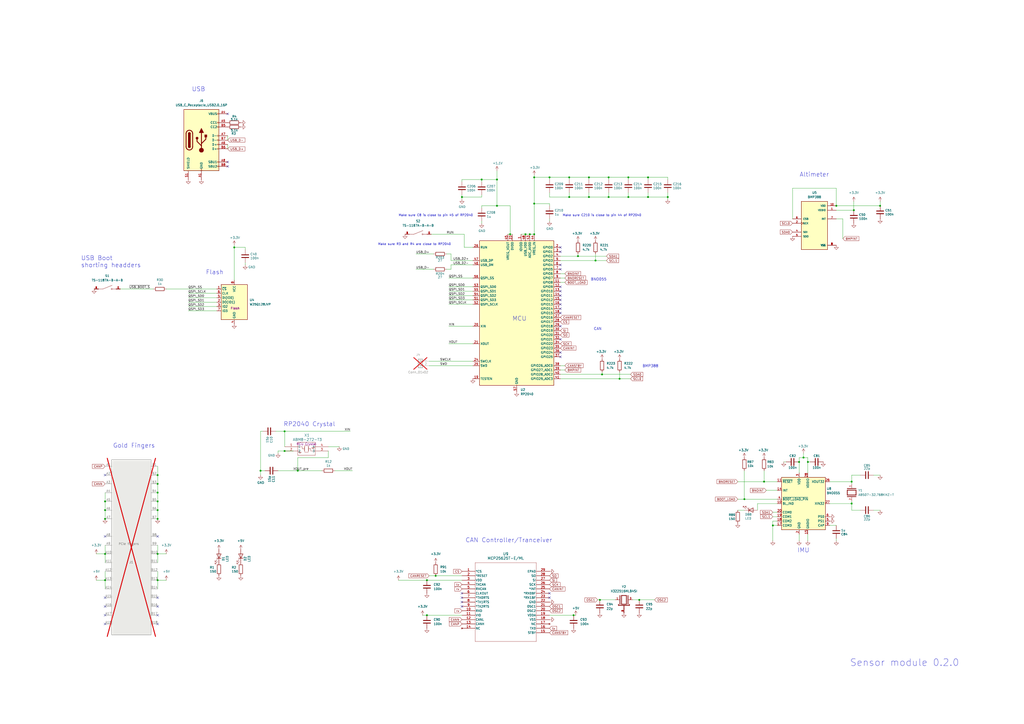
<source format=kicad_sch>
(kicad_sch (version 20231120) (generator "eeschema") (generator_version "8.0")
  (paper "A2")
  (junction (at 359.41 219.71))
  (junction (at 252.73 334.01))
  (junction (at 151.13 273.05))
  (junction (at 91.44 295.91))
  (junction (at 330.2 114.3))
  (junction (at 91.44 285.75))
  (junction (at 60.96 321.31))
  (junction (at 91.44 280.67))
  (junction (at 135.89 143.51))
  (junction (at 463.55 267.97))
  (junction (at 60.96 295.91))
  (junction (at 370.84 347.98))
  (junction (at 91.44 300.99))
  (junction (at 349.25 217.17))
  (junction (at 341.63 102.87))
  (junction (at 91.44 290.83))
  (junction (at 288.29 104.14))
  (junction (at 288.29 119.38))
  (junction (at 267.97 114.3))
  (junction (at 468.63 267.97))
  (junction (at 431.8 289.56))
  (junction (at 330.2 102.87))
  (junction (at 318.77 102.87))
  (junction (at 247.65 336.55))
  (junction (at 448.31 304.8))
  (junction (at 60.96 300.99))
  (junction (at 510.54 119.38))
  (junction (at 295.91 135.89))
  (junction (at 309.88 118.11))
  (junction (at 494.03 292.1))
  (junction (at 91.44 275.59))
  (junction (at 307.34 135.89))
  (junction (at 309.88 135.89))
  (junction (at 309.88 102.87))
  (junction (at 341.63 114.3))
  (junction (at 91.44 336.55))
  (junction (at 247.65 356.87))
  (junction (at 347.98 347.98))
  (junction (at 375.92 114.3))
  (junction (at 364.49 102.87))
  (junction (at 335.28 148.59))
  (junction (at 332.74 356.87))
  (junction (at 172.72 273.05))
  (junction (at 60.96 290.83))
  (junction (at 353.06 114.3))
  (junction (at 304.8 135.89))
  (junction (at 375.92 102.87))
  (junction (at 466.09 265.43))
  (junction (at 91.44 321.31))
  (junction (at 353.06 102.87))
  (junction (at 387.35 114.3))
  (junction (at 165.1 261.62))
  (junction (at 443.23 279.4))
  (junction (at 494.03 279.4))
  (junction (at 279.4 104.14))
  (junction (at 165.1 250.19))
  (junction (at 495.3 121.92))
  (junction (at 364.49 114.3))
  (junction (at 485.14 119.38))
  (junction (at 60.96 336.55))
  (junction (at 345.44 151.13))
  (no_connect (at 60.96 351.79))
  (no_connect (at 91.44 346.71))
  (no_connect (at 318.77 344.17))
  (no_connect (at 132.08 96.52))
  (no_connect (at 132.08 93.98))
  (no_connect (at 325.12 179.07))
  (no_connect (at 91.44 351.79))
  (no_connect (at 60.96 356.87))
  (no_connect (at 91.44 311.15))
  (no_connect (at 267.97 351.79))
  (no_connect (at 325.12 171.45))
  (no_connect (at 325.12 166.37))
  (no_connect (at 325.12 146.05))
  (no_connect (at 60.96 346.71))
  (no_connect (at 325.12 189.23))
  (no_connect (at 91.44 356.87))
  (no_connect (at 325.12 207.01))
  (no_connect (at 91.44 361.95))
  (no_connect (at 267.97 344.17))
  (no_connect (at 325.12 196.85))
  (no_connect (at 325.12 156.21))
  (no_connect (at 325.12 168.91))
  (no_connect (at 267.97 346.71))
  (no_connect (at 325.12 143.51))
  (no_connect (at 325.12 176.53))
  (no_connect (at 325.12 204.47))
  (no_connect (at 325.12 153.67))
  (no_connect (at 267.97 349.25))
  (no_connect (at 60.96 275.59))
  (no_connect (at 132.08 66.04))
  (no_connect (at 325.12 173.99))
  (no_connect (at 60.96 361.95))
  (no_connect (at 60.96 311.15))
  (no_connect (at 325.12 181.61))
  (no_connect (at 318.77 346.71))
  (wire (pts (xy 261.62 156.21) (xy 261.62 153.67)))
  (wire (pts (xy 260.35 171.45) (xy 274.32 171.45)))
  (wire (pts (xy 91.44 290.83) (xy 91.44 295.91)))
  (wire (pts (xy 309.88 118.11) (xy 318.77 118.11)))
  (wire (pts (xy 304.8 135.89) (xy 307.34 135.89)))
  (wire (pts (xy 495.3 121.92) (xy 495.3 116.84)))
  (wire (pts (xy 279.4 120.65) (xy 279.4 119.38)))
  (wire (pts (xy 172.72 265.43) (xy 172.72 273.05)))
  (wire (pts (xy 261.62 147.32) (xy 261.62 151.13)))
  (wire (pts (xy 359.41 219.71) (xy 365.76 219.71)))
  (wire (pts (xy 443.23 273.05) (xy 443.23 279.4)))
  (wire (pts (xy 279.4 104.14) (xy 288.29 104.14)))
  (wire (pts (xy 109.22 170.18) (xy 125.73 170.18)))
  (wire (pts (xy 469.9 267.97) (xy 468.63 267.97)))
  (wire (pts (xy 60.96 285.75) (xy 60.96 290.83)))
  (wire (pts (xy 481.33 304.8) (xy 485.14 304.8)))
  (wire (pts (xy 274.32 176.53) (xy 260.35 176.53)))
  (wire (pts (xy 248.92 212.09) (xy 274.32 212.09)))
  (wire (pts (xy 267.97 113.03) (xy 267.97 114.3)))
  (wire (pts (xy 349.25 215.9) (xy 349.25 217.17)))
  (wire (pts (xy 91.44 321.31) (xy 91.44 326.39)))
  (wire (pts (xy 345.44 151.13) (xy 351.79 151.13)))
  (wire (pts (xy 463.55 265.43) (xy 463.55 267.97)))
  (wire (pts (xy 448.31 302.26) (xy 448.31 304.8)))
  (wire (pts (xy 269.24 135.89) (xy 250.19 135.89)))
  (wire (pts (xy 91.44 295.91) (xy 91.44 300.99)))
  (wire (pts (xy 375.92 114.3) (xy 387.35 114.3)))
  (wire (pts (xy 318.77 127) (xy 318.77 128.27)))
  (wire (pts (xy 160.02 250.19) (xy 165.1 250.19)))
  (wire (pts (xy 288.29 119.38) (xy 295.91 119.38)))
  (wire (pts (xy 247.65 336.55) (xy 267.97 336.55)))
  (wire (pts (xy 431.8 289.56) (xy 450.85 289.56)))
  (wire (pts (xy 161.29 261.62) (xy 161.29 262.89)))
  (wire (pts (xy 335.28 147.32) (xy 335.28 148.59)))
  (wire (pts (xy 327.66 212.09) (xy 325.12 212.09)))
  (wire (pts (xy 325.12 151.13) (xy 345.44 151.13)))
  (wire (pts (xy 241.3 147.32) (xy 251.46 147.32)))
  (wire (pts (xy 135.89 143.51) (xy 135.89 162.56)))
  (wire (pts (xy 135.89 142.24) (xy 135.89 143.51)))
  (wire (pts (xy 494.03 279.4) (xy 494.03 280.67)))
  (wire (pts (xy 375.92 114.3) (xy 364.49 114.3)))
  (wire (pts (xy 485.14 313.69) (xy 485.14 312.42)))
  (wire (pts (xy 194.31 273.05) (xy 204.47 273.05)))
  (wire (pts (xy 466.09 262.89) (xy 466.09 265.43)))
  (wire (pts (xy 341.63 114.3) (xy 330.2 114.3)))
  (wire (pts (xy 448.31 297.18) (xy 450.85 297.18)))
  (wire (pts (xy 431.8 295.91) (xy 427.99 295.91)))
  (wire (pts (xy 267.97 114.3) (xy 279.4 114.3)))
  (wire (pts (xy 190.5 261.62) (xy 190.5 265.43)))
  (wire (pts (xy 494.03 279.4) (xy 481.33 279.4)))
  (wire (pts (xy 231.14 336.55) (xy 247.65 336.55)))
  (wire (pts (xy 439.42 292.1) (xy 450.85 292.1)))
  (wire (pts (xy 248.92 209.55) (xy 274.32 209.55)))
  (wire (pts (xy 499.11 275.59) (xy 494.03 275.59)))
  (wire (pts (xy 375.92 104.14) (xy 375.92 102.87)))
  (wire (pts (xy 387.35 114.3) (xy 387.35 115.57)))
  (wire (pts (xy 125.73 172.72) (xy 109.22 172.72)))
  (wire (pts (xy 494.03 279.4) (xy 494.03 275.59)))
  (wire (pts (xy 443.23 279.4) (xy 450.85 279.4)))
  (wire (pts (xy 364.49 111.76) (xy 364.49 114.3)))
  (wire (pts (xy 375.92 111.76) (xy 375.92 114.3)))
  (wire (pts (xy 454.66 267.97) (xy 455.93 267.97)))
  (wire (pts (xy 466.09 265.43) (xy 468.63 265.43)))
  (wire (pts (xy 488.95 127) (xy 488.95 138.43)))
  (wire (pts (xy 510.54 275.59) (xy 506.73 275.59)))
  (wire (pts (xy 318.77 356.87) (xy 332.74 356.87)))
  (wire (pts (xy 245.11 356.87) (xy 247.65 356.87)))
  (wire (pts (xy 151.13 273.05) (xy 151.13 275.59)))
  (wire (pts (xy 485.14 109.22) (xy 459.74 109.22)))
  (wire (pts (xy 267.97 104.14) (xy 279.4 104.14)))
  (wire (pts (xy 260.35 166.37) (xy 274.32 166.37)))
  (wire (pts (xy 330.2 104.14) (xy 330.2 102.87)))
  (wire (pts (xy 485.14 121.92) (xy 495.3 121.92)))
  (wire (pts (xy 375.92 102.87) (xy 387.35 102.87)))
  (wire (pts (xy 510.54 295.91) (xy 506.73 295.91)))
  (wire (pts (xy 459.74 109.22) (xy 459.74 127)))
  (wire (pts (xy 132.08 81.28) (xy 132.08 78.74)))
  (wire (pts (xy 364.49 114.3) (xy 353.06 114.3)))
  (wire (pts (xy 91.44 336.55) (xy 91.44 331.47)))
  (wire (pts (xy 341.63 102.87) (xy 353.06 102.87)))
  (wire (pts (xy 60.96 321.31) (xy 60.96 316.23)))
  (wire (pts (xy 325.12 219.71) (xy 359.41 219.71)))
  (wire (pts (xy 353.06 104.14) (xy 353.06 102.87)))
  (wire (pts (xy 274.32 199.39) (xy 260.35 199.39)))
  (wire (pts (xy 267.97 105.41) (xy 267.97 104.14)))
  (wire (pts (xy 142.24 144.78) (xy 142.24 143.51)))
  (wire (pts (xy 288.29 99.06) (xy 288.29 104.14)))
  (wire (pts (xy 274.32 143.51) (xy 269.24 143.51)))
  (wire (pts (xy 330.2 114.3) (xy 318.77 114.3)))
  (wire (pts (xy 307.34 135.89) (xy 309.88 135.89)))
  (wire (pts (xy 172.72 273.05) (xy 186.69 273.05)))
  (wire (pts (xy 295.91 119.38) (xy 295.91 135.89)))
  (wire (pts (xy 267.97 114.3) (xy 267.97 115.57)))
  (wire (pts (xy 294.64 135.89) (xy 295.91 135.89)))
  (wire (pts (xy 365.76 217.17) (xy 349.25 217.17)))
  (wire (pts (xy 279.4 119.38) (xy 288.29 119.38)))
  (wire (pts (xy 318.77 104.14) (xy 318.77 102.87)))
  (wire (pts (xy 341.63 111.76) (xy 341.63 114.3)))
  (wire (pts (xy 247.65 356.87) (xy 267.97 356.87)))
  (wire (pts (xy 142.24 143.51) (xy 135.89 143.51)))
  (wire (pts (xy 91.44 280.67) (xy 91.44 285.75)))
  (wire (pts (xy 387.35 111.76) (xy 387.35 114.3)))
  (wire (pts (xy 91.44 321.31) (xy 91.44 316.23)))
  (wire (pts (xy 351.79 148.59) (xy 335.28 148.59)))
  (wire (pts (xy 431.8 273.05) (xy 431.8 289.56)))
  (wire (pts (xy 279.4 105.41) (xy 279.4 104.14)))
  (wire (pts (xy 261.62 153.67) (xy 274.32 153.67)))
  (wire (pts (xy 60.96 295.91) (xy 60.96 300.99)))
  (wire (pts (xy 125.73 180.34) (xy 109.22 180.34)))
  (wire (pts (xy 318.77 102.87) (xy 330.2 102.87)))
  (wire (pts (xy 327.66 161.29) (xy 325.12 161.29)))
  (wire (pts (xy 335.28 148.59) (xy 325.12 148.59)))
  (wire (pts (xy 60.96 321.31) (xy 60.96 326.39)))
  (wire (pts (xy 151.13 250.19) (xy 151.13 273.05)))
  (wire (pts (xy 325.12 217.17) (xy 349.25 217.17)))
  (wire (pts (xy 96.52 167.64) (xy 125.73 167.64)))
  (wire (pts (xy 55.88 336.55) (xy 60.96 336.55)))
  (wire (pts (xy 318.77 111.76) (xy 318.77 114.3)))
  (wire (pts (xy 444.5 284.48) (xy 450.85 284.48)))
  (wire (pts (xy 190.5 259.08) (xy 196.85 259.08)))
  (wire (pts (xy 327.66 214.63) (xy 325.12 214.63)))
  (wire (pts (xy 309.88 118.11) (xy 309.88 135.89)))
  (wire (pts (xy 165.1 250.19) (xy 203.2 250.19)))
  (wire (pts (xy 91.44 285.75) (xy 91.44 290.83)))
  (wire (pts (xy 55.88 321.31) (xy 60.96 321.31)))
  (wire (pts (xy 364.49 104.14) (xy 364.49 102.87)))
  (wire (pts (xy 318.77 119.38) (xy 318.77 118.11)))
  (wire (pts (xy 69.85 167.64) (xy 88.9 167.64)))
  (wire (pts (xy 448.31 299.72) (xy 450.85 299.72)))
  (wire (pts (xy 332.74 356.87) (xy 334.01 356.87)))
  (wire (pts (xy 468.63 309.88) (xy 468.63 313.69)))
  (wire (pts (xy 96.52 321.31) (xy 91.44 321.31)))
  (wire (pts (xy 269.24 143.51) (xy 269.24 135.89)))
  (wire (pts (xy 353.06 111.76) (xy 353.06 114.3)))
  (wire (pts (xy 463.55 313.69) (xy 463.55 309.88)))
  (wire (pts (xy 510.54 119.38) (xy 510.54 116.84)))
  (wire (pts (xy 439.42 292.1) (xy 439.42 295.91)))
  (wire (pts (xy 288.29 104.14) (xy 288.29 119.38)))
  (wire (pts (xy 125.73 175.26) (xy 109.22 175.26)))
  (wire (pts (xy 463.55 267.97) (xy 463.55 274.32)))
  (wire (pts (xy 427.99 279.4) (xy 443.23 279.4)))
  (wire (pts (xy 142.24 152.4) (xy 142.24 153.67)))
  (wire (pts (xy 499.11 295.91) (xy 494.03 295.91)))
  (wire (pts (xy 353.06 114.3) (xy 341.63 114.3)))
  (wire (pts (xy 448.31 304.8) (xy 450.85 304.8)))
  (wire (pts (xy 259.08 156.21) (xy 261.62 156.21)))
  (wire (pts (xy 60.96 336.55) (xy 60.96 341.63)))
  (wire (pts (xy 260.35 173.99) (xy 274.32 173.99)))
  (wire (pts (xy 345.44 147.32) (xy 345.44 151.13)))
  (wire (pts (xy 248.92 334.01) (xy 252.73 334.01)))
  (wire (pts (xy 359.41 215.9) (xy 359.41 219.71)))
  (wire (pts (xy 151.13 250.19) (xy 152.4 250.19)))
  (wire (pts (xy 367.03 347.98) (xy 370.84 347.98)))
  (wire (pts (xy 468.63 267.97) (xy 468.63 274.32)))
  (wire (pts (xy 132.08 83.82) (xy 132.08 86.36)))
  (wire (pts (xy 341.63 104.14) (xy 341.63 102.87)))
  (wire (pts (xy 161.29 273.05) (xy 172.72 273.05)))
  (wire (pts (xy 252.73 334.01) (xy 267.97 334.01)))
  (wire (pts (xy 448.31 313.69) (xy 448.31 304.8)))
  (wire (pts (xy 260.35 189.23) (xy 274.32 189.23)))
  (wire (pts (xy 327.66 158.75) (xy 325.12 158.75)))
  (wire (pts (xy 60.96 290.83) (xy 60.96 295.91)))
  (wire (pts (xy 161.29 261.62) (xy 165.1 261.62)))
  (wire (pts (xy 427.99 289.56) (xy 431.8 289.56)))
  (wire (pts (xy 485.14 119.38) (xy 510.54 119.38)))
  (wire (pts (xy 468.63 265.43) (xy 468.63 267.97)))
  (wire (pts (xy 309.88 101.6) (xy 309.88 102.87)))
  (wire (pts (xy 309.88 102.87) (xy 318.77 102.87)))
  (wire (pts (xy 488.95 127) (xy 485.14 127)))
  (wire (pts (xy 241.3 156.21) (xy 251.46 156.21)))
  (wire (pts (xy 96.52 336.55) (xy 91.44 336.55)))
  (wire (pts (xy 274.32 161.29) (xy 260.35 161.29)))
  (wire (pts (xy 466.09 265.43) (xy 463.55 265.43)))
  (wire (pts (xy 364.49 102.87) (xy 375.92 102.87)))
  (wire (pts (xy 330.2 111.76) (xy 330.2 114.3)))
  (wire (pts (xy 165.1 261.62) (xy 170.18 261.62)))
  (wire (pts (xy 327.66 163.83) (xy 325.12 163.83)))
  (wire (pts (xy 485.14 119.38) (xy 485.14 109.22)))
  (wire (pts (xy 261.62 151.13) (xy 274.32 151.13)))
  (wire (pts (xy 153.67 273.05) (xy 151.13 273.05)))
  (wire (pts (xy 190.5 265.43) (xy 172.72 265.43)))
  (wire (pts (xy 494.03 292.1) (xy 494.03 295.91)))
  (wire (pts (xy 279.4 128.27) (xy 279.4 129.54)))
  (wire (pts (xy 309.88 102.87) (xy 309.88 118.11)))
  (wire (pts (xy 295.91 135.89) (xy 297.18 135.89)))
  (wire (pts (xy 91.44 270.51) (xy 91.44 275.59)))
  (wire (pts (xy 370.84 347.98) (xy 379.73 347.98)))
  (wire (pts (xy 165.1 250.19) (xy 165.1 259.08)))
  (wire (pts (xy 259.08 147.32) (xy 261.62 147.32)))
  (wire (pts (xy 387.35 104.14) (xy 387.35 102.87)))
  (wire (pts (xy 279.4 114.3) (xy 279.4 113.03)))
  (wire (pts (xy 60.96 336.55) (xy 60.96 331.47)))
  (wire (pts (xy 260.35 168.91) (xy 274.32 168.91)))
  (wire (pts (xy 353.06 102.87) (xy 364.49 102.87)))
  (wire (pts (xy 91.44 336.55) (xy 91.44 341.63)))
  (wire (pts (xy 494.03 290.83) (xy 494.03 292.1)))
  (wire (pts (xy 91.44 275.59) (xy 91.44 280.67)))
  (wire (pts (xy 347.98 347.98) (xy 356.87 347.98)))
  (wire (pts (xy 330.2 102.87) (xy 341.63 102.87)))
  (wire (pts (xy 448.31 302.26) (xy 450.85 302.26)))
  (wire (pts (xy 302.26 135.89) (xy 304.8 135.89)))
  (wire (pts (xy 346.71 347.98) (xy 347.98 347.98)))
  (wire (pts (xy 125.73 177.8) (xy 109.22 177.8)))
  (wire (pts (xy 481.33 292.1) (xy 494.03 292.1)))
  (text "Make sure C210 is close to pin 44 of RP2040" (at 326.39 125.73 0) (effects (font (size 1.27 1.27)) (justify left bottom)))
  (text "Make sure C8 is close to pin 45 of RP2040" (at 231.14 125.73 0) (effects (font (size 1.27 1.27)) (justify left bottom)))
  (text "RP2040 Crystal" (at 164.465 247.65 0) (effects (font (size 2.54 2.54)) (justify left bottom)))
  (text "Altimeter" (at 463.804 102.87 0) (effects (font (size 2.54 2.54)) (justify left bottom)))
  (text "BNO055\n" (at 342.646 163.068 0) (effects (font (size 1.524 1.524)) (justify left bottom)))
  (text "BMP388" (at 372.618 213.36 0) (effects (font (size 1.524 1.524)) (justify left bottom)))
  (text "IMU" (at 462.534 320.802 0) (effects (font (size 2.54 2.54)) (justify left bottom)))
  (text "USB" (at 111.252 53.34 0) (effects (font (size 2.54 2.54)) (justify left bottom)))
  (text "Make sure R3 and R4 are close to RP2040" (at 261.62 142.494 0) (effects (font (size 1.27 1.27)) (justify right bottom)))
  (text "CAN" (at 344.424 191.77 0) (effects (font (size 1.524 1.524)) (justify left bottom)))
  (text "USB Boot \nshorting headders" (at 46.99 155.448 0) (effects (font (size 2.54 2.54)) (justify left bottom)))
  (text "Sensor module 0.2.0" (at 493.014 386.842 0) (effects (font (size 4 4)) (justify left bottom)))
  (text "Gold Fingers" (at 65.532 260.096 0) (effects (font (size 2.54 2.54)) (justify left bottom)))
  (text "MCU" (at 297.18 186.436 0) (effects (font (size 2.54 2.54)) (justify left bottom)))
  (text "CAN Controller/Tranceiver" (at 270.002 314.96 0) (effects (font (size 2.54 2.54)) (justify left bottom)))
  (text "Flash" (at 119.38 159.512 0) (effects (font (size 2.54 2.54)) (justify left bottom)))
  (label "USB_D2+" (at 262.89 151.13 0))
  (label "XOUT_pre" (at 179.07 273.05 180))
  (label "~{USB_BOOT_S}" (at 74.93 167.64 0))
  (label "QSPI_SD3" (at 260.35 173.99 0))
  (label "QSPI_SD1" (at 109.22 175.26 0))
  (label "XIN" (at 260.35 189.23 0))
  (label "USB_D+" (at 241.3 147.32 0))
  (label "SWD" (at 255.27 212.09 0))
  (label "QSPI_SS" (at 109.22 167.64 0))
  (label "QSPI_SD3" (at 109.22 180.34 0))
  (label "XIN" (at 203.2 250.19 180))
  (label "QSPI_SD2" (at 109.22 177.8 0))
  (label "QSPI_SS" (at 260.35 161.29 0))
  (label "XOUT" (at 204.47 273.05 180))
  (label "SWCLK" (at 255.27 209.55 0))
  (label "QSPI_SCLK" (at 109.22 170.18 0))
  (label "QSPI_SD1" (at 260.35 168.91 0))
  (label "QSPI_SCLK" (at 260.35 176.53 0))
  (label "USB_D-" (at 241.3 156.21 0))
  (label "USB_D2-" (at 262.89 153.67 0))
  (label "QSPI_SD2" (at 260.35 171.45 0))
  (label "QSPI_SD0" (at 109.22 172.72 0))
  (label "XOUT" (at 260.35 199.39 0))
  (label "RUN" (at 259.08 135.89 0))
  (label "QSPI_SD0" (at 260.35 166.37 0))
  (global_label "tx" (shape input) (at 267.97 339.09 180) (property "Intersheetrefs" "${INTERSHEET_REFS}" (effects (hide yes))))
  (global_label "BNOINT" (shape input) (at 327.66 158.75 0) (property "Intersheetrefs" "${INTERSHEET_REFS}" (effects (hide yes))))
  (global_label "BNORESET" (shape input) (at 427.99 279.4 180) (property "Intersheetrefs" "${INTERSHEET_REFS}" (effects (hide yes))))
  (global_label "SDA0" (shape input) (at 459.74 134.62 180) (property "Intersheetrefs" "${INTERSHEET_REFS}" (effects (hide yes))))
  (global_label "SCL1" (shape input) (at 351.79 151.13 0) (property "Intersheetrefs" "${INTERSHEET_REFS}" (effects (hide yes))))
  (global_label "CANN" (shape input) (at 267.97 359.41 180) (property "Intersheetrefs" "${INTERSHEET_REFS}" (effects (hide yes))))
  (global_label "SCL0" (shape input) (at 365.76 219.71 0) (property "Intersheetrefs" "${INTERSHEET_REFS}" (effects (hide yes))))
  (global_label "OSC1" (shape input) (at 346.71 347.98 180) (property "Intersheetrefs" "${INTERSHEET_REFS}" (effects (hide yes))))
  (global_label "CANN" (shape input) (at 60.96 280.67 180) (property "Intersheetrefs" "${INTERSHEET_REFS}" (effects (hide yes))))
  (global_label "BNOINT" (shape input) (at 444.5 284.48 180) (property "Intersheetrefs" "${INTERSHEET_REFS}" (effects (hide yes))))
  (global_label "CANP" (shape input) (at 267.97 361.95 180) (property "Intersheetrefs" "${INTERSHEET_REFS}" (effects (hide yes))))
  (global_label "CANSTBY" (shape input) (at 318.77 367.03 0) (property "Intersheetrefs" "${INTERSHEET_REFS}" (effects (hide yes))))
  (global_label "SCK" (shape input) (at 325.12 199.39 0) (property "Intersheetrefs" "${INTERSHEET_REFS}" (effects (hide yes))))
  (global_label "OSC1" (shape input) (at 318.77 351.79 0) (property "Intersheetrefs" "${INTERSHEET_REFS}" (effects (hide yes))))
  (global_label "CS" (shape input) (at 325.12 186.69 0) (property "Intersheetrefs" "${INTERSHEET_REFS}" (effects (hide yes))))
  (global_label "BOOT_LOAD" (shape input) (at 327.66 163.83 0) (property "Intersheetrefs" "${INTERSHEET_REFS}" (effects (hide yes))))
  (global_label "CANSTBY" (shape input) (at 327.66 212.09 0) (property "Intersheetrefs" "${INTERSHEET_REFS}" (effects (hide yes))))
  (global_label "SDA1" (shape input) (at 448.31 297.18 180) (property "Intersheetrefs" "${INTERSHEET_REFS}" (effects (hide yes))))
  (global_label "USB_D+" (shape input) (at 132.08 86.36 0) (property "Intersheetrefs" "${INTERSHEET_REFS}" (effects (hide yes))))
  (global_label "CANRESET" (shape input) (at 325.12 184.15 0) (property "Intersheetrefs" "${INTERSHEET_REFS}" (effects (hide yes))))
  (global_label "rx" (shape input) (at 267.97 341.63 180) (property "Intersheetrefs" "${INTERSHEET_REFS}" (effects (hide yes))))
  (global_label "CANRESET" (shape input) (at 248.92 334.01 180) (property "Intersheetrefs" "${INTERSHEET_REFS}" (effects (hide yes))))
  (global_label "SDA0" (shape input) (at 365.76 217.17 0) (property "Intersheetrefs" "${INTERSHEET_REFS}" (effects (hide yes))))
  (global_label "SO" (shape input) (at 318.77 334.01 0) (property "Intersheetrefs" "${INTERSHEET_REFS}" (effects (hide yes))))
  (global_label "BNORESET" (shape input) (at 327.66 161.29 0) (property "Intersheetrefs" "${INTERSHEET_REFS}" (effects (hide yes))))
  (global_label "OSC2" (shape input) (at 379.73 347.98 0) (property "Intersheetrefs" "${INTERSHEET_REFS}" (effects (hide yes))))
  (global_label "SCK" (shape input) (at 318.77 339.09 0) (property "Intersheetrefs" "${INTERSHEET_REFS}" (effects (hide yes))))
  (global_label "tx" (shape input) (at 318.77 364.49 0) (property "Intersheetrefs" "${INTERSHEET_REFS}" (effects (hide yes))))
  (global_label "CS" (shape input) (at 267.97 331.47 180) (property "Intersheetrefs" "${INTERSHEET_REFS}" (effects (hide yes))))
  (global_label "BOOT_LOAD" (shape input) (at 427.99 289.56 180) (property "Intersheetrefs" "${INTERSHEET_REFS}" (effects (hide yes))))
  (global_label "SI" (shape input) (at 325.12 191.77 0) (property "Intersheetrefs" "${INTERSHEET_REFS}" (effects (hide yes))))
  (global_label "CANINT" (shape input) (at 325.12 201.93 0) (property "Intersheetrefs" "${INTERSHEET_REFS}" (effects (hide yes))))
  (global_label "SI" (shape input) (at 318.77 336.55 0) (property "Intersheetrefs" "${INTERSHEET_REFS}" (effects (hide yes))))
  (global_label "SCL1" (shape input) (at 448.31 299.72 180) (property "Intersheetrefs" "${INTERSHEET_REFS}" (effects (hide yes))))
  (global_label "OSC2" (shape input) (at 318.77 354.33 0) (property "Intersheetrefs" "${INTERSHEET_REFS}" (effects (hide yes))))
  (global_label "SO" (shape input) (at 325.12 194.31 0) (property "Intersheetrefs" "${INTERSHEET_REFS}" (effects (hide yes))))
  (global_label "CANINT" (shape input) (at 318.77 341.63 0) (property "Intersheetrefs" "${INTERSHEET_REFS}" (effects (hide yes))))
  (global_label "SCL0" (shape input) (at 459.74 129.54 180) (property "Intersheetrefs" "${INTERSHEET_REFS}" (effects (hide yes))))
  (global_label "USB_D-" (shape input) (at 132.08 81.28 0) (property "Intersheetrefs" "${INTERSHEET_REFS}" (effects (hide yes))))
  (global_label "BMPINT" (shape input) (at 327.66 214.63 0) (property "Intersheetrefs" "${INTERSHEET_REFS}" (effects (hide yes))))
  (global_label "SDA1" (shape input) (at 351.79 148.59 0) (property "Intersheetrefs" "${INTERSHEET_REFS}" (effects (hide yes))))
  (global_label "CANP" (shape input) (at 60.96 270.51 180) (property "Intersheetrefs" "${INTERSHEET_REFS}" (effects (hide yes))))
  (global_label "BMPINT" (shape input) (at 488.95 138.43 0) (property "Intersheetrefs" "${INTERSHEET_REFS}" (effects (hide yes))))
  (global_label "rx" (shape input) (at 267.97 354.33 180) (property "Intersheetrefs" "${INTERSHEET_REFS}" (effects (hide yes))))
  (symbol (lib_id "Device:C") (at 459.74 267.97 90) (unit 1)
    (property "Reference" "C82" (at 461.772 264.414 90) (effects (justify left)))
    (property "Value" "100n" (at 462.28 271.272 90) (effects (justify left)))
    (property "Footprint" "Capacitor_SMD:C_0402_1005Metric" (effects (hide yes)))
    (property "info" "100nF Cap" (effects (hide yes)))
    (property "LCSC Part #" "C307331" (effects (hide yes)))
    (property "basic?" "yes" (effects (hide yes)))
    (property "price" "C$0.0077 " (effects (hide yes)))
    (property "JLC Link" "https://jlcpcb.com/partdetail/291005-CL05B104KB54PNC/C307331" (effects (hide yes)))
  )
  (symbol (lib_id "crystal:ABM8-272-T3") (at 165.1 259.08 0) (unit 1)
    (property "Reference" "X1" (at 178.054 252.476 0) (effects (font (size 1.524 1.524))))
    (property "Value" "ABM8-272-T3" (at 178.308 255.016 0) (effects (font (size 1.524 1.524))))
    (property "Footprint" "ABM8-272-T3:ABM8-272-T3_ABR" (effects (hide yes)))
    (property "Datasheet" "ABM8-272-T3" (effects (hide yes)))
    (property "LCSC Part #" "C20625731" (effects (hide yes)))
    (property "basic?" "no" (effects (hide yes)))
    (property "info" "MCU Crystal" (at 177.8 257.556 0))
    (property "price" "C$0.6692 " (effects (hide yes)))
    (property "JLC Link" "https://jlcpcb.com/partdetail/AbraconLlc-ABM8_272T3/C20625731" (effects (hide yes)))
    (property "Current Draw" "200 uW 3.3v" (effects (hide yes)))
  )
  (symbol (lib_id "Device:C") (at 330.2 107.95 0) (unit 1)
    (property "Reference" "C211" (at 333.121 106.7816 0) (effects (justify left)))
    (property "Value" "100n" (at 333.121 109.093 0) (effects (justify left)))
    (property "Footprint" "Capacitor_SMD:C_0402_1005Metric" (effects (hide yes)))
    (property "info" "100nF Cap" (effects (hide yes)))
    (property "LCSC Part #" "C307331" (effects (hide yes)))
    (property "basic?" "yes" (effects (hide yes)))
    (property "price" "C$0.0077 " (effects (hide yes)))
    (property "JLC Link" "https://jlcpcb.com/partdetail/291005-CL05B104KB54PNC/C307331" (effects (hide yes)))
  )
  (symbol (lib_id "power:VAA") (at 55.88 321.31 0) (unit 1)
    (property "Reference" "#PWR022" (effects (hide yes)))
    (property "Value" "+3.3V" (at 55.88 316.23 0))
    (property "Description" "Power symbol creates a global label with name \"VAA\"" (effects (hide yes)))
  )
  (symbol (lib_id "Device:C") (at 247.65 340.36 0) (unit 1)
    (property "Reference" "C92" (at 251.46 339.0899 0) (effects (justify left)))
    (property "Value" "100n" (at 251.46 341.6299 0) (effects (justify left)))
    (property "Footprint" "Capacitor_SMD:C_0402_1005Metric" (effects (hide yes)))
    (property "Description" "Unpolarized capacitor" (effects (hide yes)))
    (property "info" "100nF Cap" (effects (hide yes)))
    (property "JLC Link" "https://jlcpcb.com/partdetail/291005-CL05B104KB54PNC/C307331" (effects (hide yes)))
    (property "LCSC Part #" "C307331" (effects (hide yes)))
    (property "basic?" "yes" (effects (hide yes)))
    (property "price" "C$0.0077 " (effects (hide yes)))
  )
  (symbol (lib_id "power:GND") (at 91.44 300.99 0) (unit 1)
    (property "Reference" "#PWR014" (effects (hide yes)))
    (property "Value" "GND" (effects (hide yes)))
    (property "Description" "Power symbol creates a global label with name \"GND\" , ground" (effects (hide yes)))
  )
  (symbol (lib_id "power:GND") (at 361.95 355.6 0) (unit 1)
    (property "Reference" "#PWR080" (effects (hide yes)))
    (property "Value" "GND" (effects (hide yes)))
    (property "Description" "Power symbol creates a global label with name \"GND\" , ground" (effects (hide yes)))
  )
  (symbol (lib_id "power:VAA") (at 96.52 336.55 0) (unit 1)
    (property "Reference" "#PWR021" (effects (hide yes)))
    (property "Value" "+5V" (at 96.52 331.47 0))
    (property "Description" "Power symbol creates a global label with name \"VAA\"" (effects (hide yes)))
  )
  (symbol (lib_id "power:+3V3") (at 335.28 139.7 0) (unit 1)
    (property "Reference" "#PWR041" (effects (hide yes)))
    (property "Value" "+3.3V" (at 334.772 135.382 0))
  )
  (symbol (lib_id "Device:C") (at 353.06 107.95 0) (unit 1)
    (property "Reference" "C213" (at 355.981 106.7816 0) (effects (justify left)))
    (property "Value" "100n" (at 355.981 109.093 0) (effects (justify left)))
    (property "Footprint" "Capacitor_SMD:C_0402_1005Metric" (effects (hide yes)))
    (property "info" "100nF Cap" (effects (hide yes)))
    (property "LCSC Part #" "C307331" (effects (hide yes)))
    (property "basic?" "yes" (effects (hide yes)))
    (property "price" "C$0.0077 " (effects (hide yes)))
    (property "JLC Link" "https://jlcpcb.com/partdetail/291005-CL05B104KB54PNC/C307331" (effects (hide yes)))
  )
  (symbol (lib_id "Device:LED") (at 139.7 322.58 270) (mirror x) (unit 1)
    (property "Reference" "D2" (at 142.24 324.104 0))
    (property "Value" "LED" (at 144.526 324.104 0))
    (property "Footprint" "LED_SMD:LED_0603_1608Metric" (effects (hide yes)))
    (property "Description" "Light emitting diode" (effects (hide yes)))
    (property "JLC Link" "https://jlcpcb.com/partdetail/Hubei_KentoElec-KT0603R/C2286" (effects (hide yes)))
    (property "LCSC Part #" "C2286" (effects (hide yes)))
    (property "basic?" "yes" (effects (hide yes)))
    (property "info" "Red LED" (effects (hide yes)))
    (property "price" "C$0.0075 " (effects (hide yes)))
  )
  (symbol (lib_id "Device:R") (at 427.99 299.72 0) (unit 1)
    (property "Reference" "R89" (at 422.656 298.704 0) (effects (justify left)))
    (property "Value" "150" (at 422.656 300.99 0) (effects (justify left)))
    (property "Footprint" "Resistor_SMD:R_0603_1608Metric" (effects (hide yes)))
    (property "Description" "Resistor" (effects (hide yes)))
    (property "JLC Link" "https://jlcpcb.com/partdetail/23535-0603WAF1500T5E/C22808" (effects (hide yes)))
    (property "LCSC Part #" "C22808" (effects (hide yes)))
    (property "basic?" "yes" (effects (hide yes)))
    (property "info" "150 ohm" (effects (hide yes)))
    (property "price" "C$0.0013 " (effects (hide yes)))
  )
  (symbol (lib_id "power:GND") (at 332.74 364.49 0) (unit 1)
    (property "Reference" "#PWR030" (effects (hide yes)))
    (property "Value" "GND" (effects (hide yes)))
    (property "Description" "Power symbol creates a global label with name \"GND\" , ground" (effects (hide yes)))
  )
  (symbol (lib_id "power:VAA") (at 55.88 336.55 0) (unit 1)
    (property "Reference" "#PWR010" (effects (hide yes)))
    (property "Value" "+5V" (at 55.88 331.47 0))
    (property "Description" "Power symbol creates a global label with name \"VAA\"" (effects (hide yes)))
  )
  (symbol (lib_id "power:+3V3") (at 135.89 142.24 0) (unit 1)
    (property "Reference" "#PWR012" (effects (hide yes)))
    (property "Value" "+3.3V" (at 136.271 137.8458 0))
  )
  (symbol (lib_id "power:GND") (at 116.84 104.14 0) (unit 1)
    (property "Reference" "#PWR029" (effects (hide yes)))
    (property "Value" "GND" (effects (hide yes)))
    (property "Description" "Power symbol creates a global label with name \"GND\" , ground" (effects (hide yes)))
  )
  (symbol (lib_id "power:GND") (at 510.54 127 0) (unit 1)
    (property "Reference" "#PWR040" (effects (hide yes)))
    (property "Value" "GND" (effects (hide yes)))
    (property "Description" "Power symbol creates a global label with name \"GND\" , ground" (effects (hide yes)))
  )
  (symbol (lib_id "power:GND") (at 274.32 219.71 0) (unit 1)
    (property "Reference" "#PWR024" (effects (hide yes)))
    (property "Value" "GND" (effects (hide yes)))
    (property "Description" "Power symbol creates a global label with name \"GND\" , ground" (effects (hide yes)))
  )
  (symbol (lib_id "Device:C") (at 247.65 360.68 0) (unit 1)
    (property "Reference" "C90" (at 251.46 359.4099 0) (effects (justify left)))
    (property "Value" "100n" (at 251.46 361.9499 0) (effects (justify left)))
    (property "Footprint" "Capacitor_SMD:C_0402_1005Metric" (effects (hide yes)))
    (property "Description" "Unpolarized capacitor" (effects (hide yes)))
    (property "info" "100nF Cap" (effects (hide yes)))
    (property "JLC Link" "https://jlcpcb.com/partdetail/291005-CL05B104KB54PNC/C307331" (effects (hide yes)))
    (property "LCSC Part #" "C307331" (effects (hide yes)))
    (property "basic?" "yes" (effects (hide yes)))
    (property "price" "C$0.0077 " (effects (hide yes)))
  )
  (symbol (lib_id "power:GND") (at 347.98 355.6 0) (unit 1)
    (property "Reference" "#PWR032" (effects (hide yes)))
    (property "Value" "GND" (effects (hide yes)))
    (property "Description" "Power symbol creates a global label with name \"GND\" , ground" (effects (hide yes)))
  )
  (symbol (lib_id "power:+3.3V") (at 231.14 336.55 0) (unit 1)
    (property "Reference" "#PWR074" (effects (hide yes)))
    (property "Value" "+3.3V" (at 231.14 331.47 0))
    (property "Description" "Power symbol creates a global label with name \"+3.3V\"" (effects (hide yes)))
  )
  (symbol (lib_id "Device:C") (at 267.97 109.22 0) (unit 1)
    (property "Reference" "C206" (at 270.891 108.0516 0) (effects (justify left)))
    (property "Value" "100n" (at 270.891 110.363 0) (effects (justify left)))
    (property "Footprint" "Capacitor_SMD:C_0402_1005Metric" (effects (hide yes)))
    (property "info" "100nF Cap" (effects (hide yes)))
    (property "LCSC Part #" "C307331" (effects (hide yes)))
    (property "basic?" "yes" (effects (hide yes)))
    (property "price" "C$0.0077 " (effects (hide yes)))
    (property "JLC Link" "https://jlcpcb.com/partdetail/291005-CL05B104KB54PNC/C307331" (effects (hide yes)))
  )
  (symbol (lib_id "power:VAA") (at 127 318.77 0) (unit 1)
    (property "Reference" "#PWR02" (effects (hide yes)))
    (property "Value" "+3.3V" (at 127 313.69 0))
    (property "Description" "Power symbol creates a global label with name \"VAA\"" (effects (hide yes)))
  )
  (symbol (lib_id "power:VAA") (at 96.52 321.31 0) (unit 1)
    (property "Reference" "#PWR023" (effects (hide yes)))
    (property "Value" "+3.3V" (at 96.52 316.23 0))
    (property "Description" "Power symbol creates a global label with name \"VAA\"" (effects (hide yes)))
  )
  (symbol (lib_id "Device:R") (at 139.7 330.2 0) (unit 1)
    (property "Reference" "R2" (at 134.366 329.184 0) (effects (justify left)))
    (property "Value" "150" (at 134.366 331.47 0) (effects (justify left)))
    (property "Footprint" "Resistor_SMD:R_0603_1608Metric" (effects (hide yes)))
    (property "Description" "Resistor" (effects (hide yes)))
    (property "JLC Link" "https://jlcpcb.com/partdetail/23535-0603WAF1500T5E/C22808" (effects (hide yes)))
    (property "LCSC Part #" "C22808" (effects (hide yes)))
    (property "basic?" "yes" (effects (hide yes)))
    (property "info" "150 ohm" (effects (hide yes)))
    (property "price" "C$0.0013 " (effects (hide yes)))
  )
  (symbol (lib_id "Device:R") (at 345.44 143.51 180) (unit 1)
    (property "Reference" "R221" (at 347.98 142.2399 0) (effects (justify right)))
    (property "Value" "4.7k" (at 347.98 144.7799 0) (effects (justify right)))
    (property "Footprint" "Resistor_SMD:R_0402_1005Metric" (effects (hide yes)))
    (property "Description" "Resistor" (effects (hide yes)))
    (property "LCSC Part #" "C25900" (effects (hide yes)))
    (property "basic?" "yes" (effects (hide yes)))
    (property "info" "4.7k ohm" (effects (hide yes)))
    (property "price" "C$0.0007 " (effects (hide yes)))
    (property "JLC Link" "https://jlcpcb.com/partdetail/26643-0402WGF4701TCE/C25900" (effects (hide yes)))
  )
  (symbol (lib_id "power:GND") (at 139.7 73.66 90) (unit 1)
    (property "Reference" "#PWR019" (effects (hide yes)))
    (property "Value" "GND" (effects (hide yes)))
    (property "Description" "Power symbol creates a global label with name \"GND\" , ground" (effects (hide yes)))
  )
  (symbol (lib_id "Device:C") (at 364.49 107.95 0) (unit 1)
    (property "Reference" "C214" (at 367.411 106.7816 0) (effects (justify left)))
    (property "Value" "100n" (at 367.411 109.093 0) (effects (justify left)))
    (property "Footprint" "Capacitor_SMD:C_0402_1005Metric" (effects (hide yes)))
    (property "info" "100nF Cap" (effects (hide yes)))
    (property "LCSC Part #" "C307331" (effects (hide yes)))
    (property "basic?" "yes" (effects (hide yes)))
    (property "price" "C$0.0077 " (effects (hide yes)))
    (property "JLC Link" "https://jlcpcb.com/partdetail/291005-CL05B104KB54PNC/C307331" (effects (hide yes)))
  )
  (symbol (lib_id "power:+3V3") (at 349.25 208.28 0) (unit 1)
    (property "Reference" "#PWR026" (effects (hide yes)))
    (property "Value" "+3.3V" (at 348.742 203.962 0))
  )
  (symbol (lib_id "power:GND") (at 370.84 355.6 0) (unit 1)
    (property "Reference" "#PWR031" (effects (hide yes)))
    (property "Value" "GND" (effects (hide yes)))
    (property "Description" "Power symbol creates a global label with name \"GND\" , ground" (effects (hide yes)))
  )
  (symbol (lib_id "power:GND") (at 454.66 267.97 0) (unit 1)
    (property "Reference" "#PWR050" (effects (hide yes)))
    (property "Value" "GND" (effects (hide yes)))
  )
  (symbol (lib_id "power:+3V3") (at 443.23 265.43 0) (unit 1)
    (property "Reference" "#PWR051" (effects (hide yes)))
    (property "Value" "+3.3V" (at 442.722 261.112 0))
  )
  (symbol (lib_id "power:GND") (at 481.33 302.26 90) (unit 1)
    (property "Reference" "#PWR053" (effects (hide yes)))
    (property "Value" "GND" (effects (hide yes)))
  )
  (symbol (lib_id "power:+3.3V") (at 252.73 326.39 0) (unit 1)
    (property "Reference" "#PWR079" (effects (hide yes)))
    (property "Value" "+3.3V" (at 252.73 321.31 0))
    (property "Description" "Power symbol creates a global label with name \"+3.3V\"" (effects (hide yes)))
  )
  (symbol (lib_id "Device:C") (at 156.21 250.19 270) (unit 1)
    (property "Reference" "C10" (at 157.3784 253.111 0) (effects (justify left)))
    (property "Value" "15p" (at 155.067 253.111 0) (effects (justify left)))
    (property "Footprint" "Capacitor_SMD:C_0402_1005Metric" (effects (hide yes)))
    (property "LCSC Part #" "C1548" (effects (hide yes)))
    (property "basic?" "yes" (effects (hide yes)))
    (property "info" "15pF Cap" (effects (hide yes)))
    (property "price" "C$0.0013 " (effects (hide yes)))
    (property "JLC Link" "https://jlcpcb.com/partdetail/1900-0402CG150J500NT/C1548" (effects (hide yes)))
  )
  (symbol (lib_id "Device:R") (at 255.27 156.21 90) (unit 1)
    (property "Reference" "R204" (at 255.27 158.75 90))
    (property "Value" "27" (at 255.27 160.782 90))
    (property "Footprint" "Resistor_SMD:R_0402_1005Metric" (effects (hide yes)))
    (property "LCSC Part #" "C25100" (effects (hide yes)))
    (property "basic?" "no" (effects (hide yes)))
    (property "info" "27 ohm" (effects (hide yes)))
    (property "price" "C$0.0007 " (effects (hide yes)))
    (property "JLC Link" "https://jlcpcb.com/partdetail/25843-0402WGF270JTCE/C25100" (effects (hide yes)))
  )
  (symbol (lib_id "power:+3V3") (at 359.41 208.28 0) (unit 1)
    (property "Reference" "#PWR027" (effects (hide yes)))
    (property "Value" "+3.3V" (at 358.902 203.962 0))
  )
  (symbol (lib_id "Device:C") (at 279.4 124.46 0) (unit 1)
    (property "Reference" "C208" (at 282.321 123.2916 0) (effects (justify left)))
    (property "Value" "1u" (at 282.321 125.603 0) (effects (justify left)))
    (property "Footprint" "Capacitor_SMD:C_0402_1005Metric" (effects (hide yes)))
    (property "info" "1uF Cap" (effects (hide yes)))
    (property "LCSC Part #" "C52923" (effects (hide yes)))
    (property "basic?" "yes" (effects (hide yes)))
    (property "price" "C$0.0041 " (effects (hide yes)))
    (property "JLC Link" "https://jlcpcb.com/partdetail/53938-CL05A105KA5NQNC/C52923" (effects (hide yes)))
  )
  (symbol (lib_id "Sensor_Motion:BNO055") (at 466.09 292.1 0) (unit 1)
    (property "Reference" "U8" (at 479.552 283.464 0) (effects (justify left)))
    (property "Value" "BNO055" (at 479.552 286.004 0) (effects (justify left)))
    (property "Footprint" "Package_LGA:LGA-28_5.2x3.8mm_P0.5mm" (effects (hide yes)))
    (property "Datasheet" "https://www.bosch-sensortec.com/media/boschsensortec/downloads/datasheets/bst-bno055-ds000.pdf" (effects (hide yes)))
    (property "Description" "Intelligent 9-axis absolute orientation sensor, LGA-28" (effects (hide yes)))
    (property "LCSC" "C93216" (effects (hide yes)))
    (property "basic?" "no" (effects (hide yes)))
    (property "price" "C$14.0435 " (effects (hide yes)))
    (property "LCSC Part #" "C93216" (effects (hide yes)))
    (property "info" "BNO055" (effects (hide yes)))
    (property "JLC Link" "https://jlcpcb.com/partdetail/BoschSensortec-BNO055/C93216" (effects (hide yes)))
    (property "Current Draw" "12.3mA" (effects (hide yes)))
  )
  (symbol (lib_id "power:GND") (at 318.77 349.25 90) (unit 1)
    (property "Reference" "#PWR076" (effects (hide yes)))
    (property "Value" "GND" (effects (hide yes)))
    (property "Description" "Power symbol creates a global label with name \"GND\" , ground" (effects (hide yes)))
  )
  (symbol (lib_id "Device:R") (at 252.73 330.2 0) (unit 1)
    (property "Reference" "R91" (at 255.27 328.9299 0) (effects (justify left)))
    (property "Value" "10k" (at 255.27 331.4699 0) (effects (justify left)))
    (property "Footprint" "Resistor_SMD:R_0402_1005Metric" (effects (hide yes)))
    (property "Description" "Resistor" (effects (hide yes)))
    (property "JLC Link" "https://jlcpcb.com/partdetail/26487-0402WGF1002TCE/C25744" (effects (hide yes)))
    (property "LCSC Part #" "C25744" (effects (hide yes)))
    (property "basic?" "yes" (effects (hide yes)))
    (property "info" "10k ohm" (effects (hide yes)))
    (property "price" "C$0.0007 " (effects (hide yes)))
  )
  (symbol (lib_id "Device:R") (at 349.25 212.09 0) (unit 1)
    (property "Reference" "R223" (at 351.79 210.8199 0) (effects (justify left)))
    (property "Value" "4.7k" (at 351.79 213.3599 0) (effects (justify left)))
    (property "Footprint" "Resistor_SMD:R_0402_1005Metric" (effects (hide yes)))
    (property "Description" "Resistor" (effects (hide yes)))
    (property "LCSC Part #" "C25900" (effects (hide yes)))
    (property "basic?" "yes" (effects (hide yes)))
    (property "info" "4.7k ohm" (effects (hide yes)))
    (property "price" "C$0.0007 " (effects (hide yes)))
    (property "JLC Link" "https://jlcpcb.com/partdetail/26643-0402WGF4701TCE/C25900" (effects (hide yes)))
  )
  (symbol (lib_id "power:+3.3V") (at 245.11 356.87 0) (unit 1)
    (property "Reference" "#PWR073" (effects (hide yes)))
    (property "Value" "+3.3V" (at 245.11 351.79 0))
    (property "Description" "Power symbol creates a global label with name \"+3.3V\"" (effects (hide yes)))
  )
  (symbol (lib_id "Device:C") (at 318.77 123.19 0) (unit 1)
    (property "Reference" "C210" (at 321.691 122.0216 0) (effects (justify left)))
    (property "Value" "1u" (at 321.691 124.333 0) (effects (justify left)))
    (property "Footprint" "Capacitor_SMD:C_0402_1005Metric" (effects (hide yes)))
    (property "info" "1uF Cap" (effects (hide yes)))
    (property "LCSC Part #" "C52923" (effects (hide yes)))
    (property "basic?" "yes" (effects (hide yes)))
    (property "price" "C$0.0041 " (effects (hide yes)))
    (property "JLC Link" "https://jlcpcb.com/partdetail/53938-CL05A105KA5NQNC/C52923" (effects (hide yes)))
  )
  (symbol (lib_id "power:GND") (at 109.22 104.14 0) (unit 1)
    (property "Reference" "#PWR028" (effects (hide yes)))
    (property "Value" "GND" (effects (hide yes)))
    (property "Description" "Power symbol creates a global label with name \"GND\" , ground" (effects (hide yes)))
  )
  (symbol (lib_id "power:GND") (at 299.72 227.33 0) (unit 1)
    (property "Reference" "#PWR035" (effects (hide yes)))
    (property "Value" "GND" (effects (hide yes)))
    (property "Description" "Power symbol creates a global label with name \"GND\" , ground" (effects (hide yes)))
  )
  (symbol (lib_id "power:GND") (at 463.55 313.69 0) (unit 1)
    (property "Reference" "#PWR046" (effects (hide yes)))
    (property "Value" "GND" (effects (hide yes)))
  )
  (symbol (lib_id "power:GND") (at 127 334.01 0) (unit 1)
    (property "Reference" "#PWR01" (effects (hide yes)))
    (property "Value" "GND" (effects (hide yes)))
  )
  (symbol (lib_id "power:GND") (at 60.96 300.99 0) (unit 1)
    (property "Reference" "#PWR015" (effects (hide yes)))
    (property "Value" "GND" (effects (hide yes)))
    (property "Description" "Power symbol creates a global label with name \"GND\" , ground" (effects (hide yes)))
  )
  (symbol (lib_id "power:GND") (at 247.65 364.49 0) (unit 1)
    (property "Reference" "#PWR075" (effects (hide yes)))
    (property "Value" "GND" (effects (hide yes)))
    (property "Description" "Power symbol creates a global label with name \"GND\" , ground" (effects (hide yes)))
  )
  (symbol (lib_id "Device:C") (at 347.98 351.79 0) (unit 1)
    (property "Reference" "C94" (at 351.79 350.5199 0) (effects (justify left)))
    (property "Value" "22p" (at 351.79 353.0599 0) (effects (justify left)))
    (property "Footprint" "Capacitor_SMD:C_0402_1005Metric" (effects (hide yes)))
    (property "Description" "Unpolarized capacitor" (effects (hide yes)))
    (property "info" "22pF Cap" (effects (hide yes)))
    (property "JLC Link" "https://jlcpcb.com/partdetail/1907-0402CG220J500NT/C1555" (effects (hide yes)))
    (property "LCSC Part #" "C1555" (effects (hide yes)))
    (property "basic?" "yes" (effects (hide yes)))
    (property "price" "C$0.0077 " (effects (hide yes)))
  )
  (symbol (lib_id "power:VAA") (at 139.7 318.77 0) (unit 1)
    (property "Reference" "#PWR033" (effects (hide yes)))
    (property "Value" "+5V" (at 139.7 313.69 0))
    (property "Description" "Power symbol creates a global label with name \"VAA\"" (effects (hide yes)))
  )
  (symbol (lib_id "power:GND") (at 318.77 128.27 0) (unit 1)
    (property "Reference" "#PWR05" (effects (hide yes)))
    (property "Value" "GND" (at 318.897 132.6642 0))
  )
  (symbol (lib_id "power:GND") (at 468.63 313.69 0) (unit 1)
    (property "Reference" "#PWR045" (effects (hide yes)))
    (property "Value" "GND" (effects (hide yes)))
  )
  (symbol (lib_id "X322516MLB4SI:X322516MLB4SI") (at 361.95 347.98 0) (unit 1)
    (property "Reference" "Y2" (at 361.95 340.36 0))
    (property "Value" "X322516MLB4SI" (at 361.95 342.9 0))
    (property "Footprint" "X322516MLB4SI:OSC_X322516MLB4SI" (effects (hide yes)))
    (property "MF" "YXC" (effects (hide yes)))
    (property "MAXIMUM_PACKAGE_HEIGHT" "0.8 mm" (effects (hide yes)))
    (property "Package" "Package" (effects (hide yes)))
    (property "Price" "None" (effects (hide yes)))
    (property "Check_prices" "https://www.snapeda.com/parts/X322516MLB4SI/YXC/view-part/?ref=eda" (effects (hide yes)))
    (property "STANDARD" "Manufacturer Recommendations" (effects (hide yes)))
    (property "PARTREV" "N/A" (effects (hide yes)))
    (property "SnapEDA_Link" "https://www.snapeda.com/parts/X322516MLB4SI/YXC/view-part/?ref=snap" (effects (hide yes)))
    (property "MP" "X322516MLB4SI" (effects (hide yes)))
    (property "Description_1" "\n                        \n                            External dimensions: 3.2 x 2.5 x 0.8 mm.\nFrequency range: 11.0592MHz ~54MHz\n                        \n" (effects (hide yes)))
    (property "Availability" "Not in stock" (effects (hide yes)))
    (property "MANUFACTURER" "YXC" (effects (hide yes)))
    (property "JLC Link" "https://jlcpcb.com/partdetail/Yxc_CrystalOscillators-X322516MOB4SI/C12668" (effects (hide yes)))
    (property "LCSC Part #" "C12668" (effects (hide yes)))
    (property "basic?" "no" (effects (hide yes)))
    (property "info" "CAN Clock" (effects (hide yes)))
    (property "price" "C$0.0829" (effects (hide yes)))
    (property "Current Draw" "200 uW 3.3v" (effects (hide yes)))
  )
  (symbol (lib_id "power:+3V3") (at 345.44 139.7 0) (unit 1)
    (property "Reference" "#PWR044" (effects (hide yes)))
    (property "Value" "+3.3V" (at 344.932 135.382 0))
  )
  (symbol (lib_id "Connector:Bus_PCI_Express_x1") (at 76.2 309.88 0) (unit 1) (dnp yes)
    (property "Reference" "J1" (at 74.93 326.136 0) (effects (justify left)))
    (property "Value" "Bus_PCI_Express_x1" (effects (hide yes)))
    (property "Footprint" "Connector_PCBEdge:BUS_PCIexpress_x1" (effects (hide yes)))
    (property "Datasheet" "http://www.ritrontek.com/uploadfile/2016/1026/20161026105231124.pdf#page=63" (effects (hide yes)))
    (property "Description" "PCI Express bus connector x1" (effects (hide yes)))
    (property "basic?" "n/a" (effects (hide yes)))
    (property "price" "n/a" (effects (hide yes)))
    (property "LCSC Part #" "n/a" (effects (hide yes)))
    (property "info" "PCIe fingers" (at 74.676 315.468 0))
    (property "JLC Link" "n/a" (effects (hide yes)))
  )
  (symbol (lib_id "Device:C") (at 370.84 351.79 0) (unit 1)
    (property "Reference" "C95" (at 374.65 350.5199 0) (effects (justify left)))
    (property "Value" "22p" (at 374.65 353.0599 0) (effects (justify left)))
    (property "Footprint" "Capacitor_SMD:C_0402_1005Metric" (effects (hide yes)))
    (property "Description" "Unpolarized capacitor" (effects (hide yes)))
    (property "info" "22pF Cap" (effects (hide yes)))
    (property "JLC Link" "https://jlcpcb.com/partdetail/1907-0402CG220J500NT/C1555" (effects (hide yes)))
    (property "LCSC Part #" "C1555" (effects (hide yes)))
    (property "basic?" "yes" (effects (hide yes)))
    (property "price" "C$0.0077 " (effects (hide yes)))
  )
  (symbol (lib_id "power:GND") (at 54.61 167.64 0) (unit 1)
    (property "Reference" "#PWR011" (effects (hide yes)))
    (property "Value" "GND" (effects (hide yes)))
  )
  (symbol (lib_id "power:GND") (at 279.4 129.54 0) (unit 1)
    (property "Reference" "#PWR08" (effects (hide yes)))
    (property "Value" "GND" (at 279.527 133.9342 0))
  )
  (symbol (lib_id "Device:R") (at 359.41 212.09 180) (unit 1)
    (property "Reference" "R222" (at 361.95 210.8199 0) (effects (justify right)))
    (property "Value" "4.7k" (at 361.95 213.3599 0) (effects (justify right)))
    (property "Footprint" "Resistor_SMD:R_0402_1005Metric" (effects (hide yes)))
    (property "Description" "Resistor" (effects (hide yes)))
    (property "LCSC Part #" "C25900" (effects (hide yes)))
    (property "basic?" "yes" (effects (hide yes)))
    (property "info" "4.7k ohm" (effects (hide yes)))
    (property "price" "C$0.0007 " (effects (hide yes)))
    (property "JLC Link" "https://jlcpcb.com/partdetail/26643-0402WGF4701TCE/C25900" (effects (hide yes)))
  )
  (symbol (lib_id "Device:C") (at 510.54 123.19 0) (unit 1)
    (property "Reference" "C51" (at 513.461 122.0216 0) (effects (justify left)))
    (property "Value" "100n" (at 513.461 124.333 0) (effects (justify left)))
    (property "Footprint" "Capacitor_SMD:C_0402_1005Metric" (effects (hide yes)))
    (property "info" "100nF Cap" (effects (hide yes)))
    (property "LCSC Part #" "C307331" (effects (hide yes)))
    (property "basic?" "yes" (effects (hide yes)))
    (property "price" "C$0.0077 " (effects (hide yes)))
    (property "JLC Link" "https://jlcpcb.com/partdetail/291005-CL05B104KB54PNC/C307331" (effects (hide yes)))
  )
  (symbol (lib_id "Device:R") (at 92.71 167.64 270) (unit 1)
    (property "Reference" "R30" (at 92.71 162.3822 90))
    (property "Value" "1k" (at 92.71 164.6936 90))
    (property "Footprint" "Resistor_SMD:R_0402_1005Metric" (effects (hide yes)))
    (property "LCSC Part #" "C11702" (effects (hide yes)))
    (property "basic?" "yes" (effects (hide yes)))
    (property "info" "1k ohm" (effects (hide yes)))
    (property "price" "C$0.0007" (effects (hide yes)))
    (property "JLC Link" "https://jlcpcb.com/partdetail/12256-0402WGF1001TCE/C11702" (effects (hide yes)))
  )
  (symbol (lib_id "Device:C") (at 502.92 275.59 90) (unit 1)
    (property "Reference" "C85" (at 502.92 270.002 90))
    (property "Value" "22p" (at 502.92 271.78 90))
    (property "Footprint" "Capacitor_SMD:C_0402_1005Metric" (effects (hide yes)))
    (property "Description" "Unpolarized capacitor" (effects (hide yes)))
    (property "JLC Link" "https://jlcpcb.com/partdetail/1907-0402CG220J500NT/C1555" (effects (hide yes)))
    (property "LCSC Part #" "C1555" (effects (hide yes)))
    (property "basic?" "yes" (effects (hide yes)))
    (property "info" "22pF Cap" (effects (hide yes)))
    (property "price" "C$0.0077 " (effects (hide yes)))
  )
  (symbol (lib_id "power:GND") (at 318.77 359.41 90) (unit 1)
    (property "Reference" "#PWR078" (effects (hide yes)))
    (property "Value" "GND" (effects (hide yes)))
    (property "Description" "Power symbol creates a global label with name \"GND\" , ground" (effects (hide yes)))
  )
  (symbol (lib_id "power:+3V3") (at 431.8 265.43 0) (unit 1)
    (property "Reference" "#PWR055" (effects (hide yes)))
    (property "Value" "+3.3V" (at 431.292 261.112 0))
  )
  (symbol (lib_id "Memory_Flash:W25Q128JVP") (at 135.89 175.26 0) (unit 1)
    (property "Reference" "U4" (at 144.78 173.9899 0) (effects (justify left)))
    (property "Value" "W25Q128JVP" (at 144.78 176.5299 0) (effects (justify left)))
    (property "Footprint" "Package_SON:WSON-8-1EP_6x5mm_P1.27mm_EP3.4x4.3mm" (effects (hide yes)))
    (property "Datasheet" "https://www.winbond.com/resource-files/w25q128jv_dtr%20revc%2003272018%20plus.pdf" (effects (hide yes)))
    (property "Description" "128Mb Serial Flash Memory, Standard/Dual/Quad SPI, WSON-8" (effects (hide yes)))
    (property "LCSC" "C190862" (effects (hide yes)))
    (property "basic?" "no" (effects (hide yes)))
    (property "price" "C$1.0737 " (effects (hide yes)))
    (property "LCSC Part #" "C190862" (effects (hide yes)))
    (property "info" "Flash" (at 136.398 178.816 0))
    (property "JLC Link" "https://jlcpcb.com/partdetail/WinbondElec-W25Q128JVPIQ/C190862" (effects (hide yes)))
    (property "Current Draw" "25mA" (effects (hide yes)))
  )
  (symbol (lib_id "power:GND") (at 139.7 71.12 90) (unit 1)
    (property "Reference" "#PWR020" (effects (hide yes)))
    (property "Value" "GND" (effects (hide yes)))
    (property "Description" "Power symbol creates a global label with name \"GND\" , ground" (effects (hide yes)))
  )
  (symbol (lib_id "power:GND") (at 267.97 115.57 0) (unit 1)
    (property "Reference" "#PWR07" (effects (hide yes)))
    (property "Value" "GND" (at 268.097 119.9642 0))
  )
  (symbol (lib_id "Device:C") (at 142.24 148.59 0) (unit 1)
    (property "Reference" "C40" (at 145.161 147.4216 0) (effects (justify left)))
    (property "Value" "100n" (at 145.161 149.733 0) (effects (justify left)))
    (property "Footprint" "Capacitor_SMD:C_0402_1005Metric" (effects (hide yes)))
    (property "LCSC Part #" "C307331" (effects (hide yes)))
    (property "basic?" "yes" (effects (hide yes)))
    (property "info" "100nF Cap" (effects (hide yes)))
    (property "price" "C$0.0077 " (effects (hide yes)))
    (property "JLC Link" "https://jlcpcb.com/partdetail/291005-CL05B104KB54PNC/C307331" (effects (hide yes)))
  )
  (symbol (lib_id "power:GND") (at 495.3 129.54 0) (unit 1)
    (property "Reference" "#PWR039" (effects (hide yes)))
    (property "Value" "GND" (effects (hide yes)))
    (property "Description" "Power symbol creates a global label with name \"GND\" , ground" (effects (hide yes)))
  )
  (symbol (lib_id "power:+1V1") (at 288.29 99.06 0) (unit 1)
    (property "Reference" "#PWR09" (effects (hide yes)))
    (property "Value" "+1.1V" (at 288.671 94.6658 0))
  )
  (symbol (lib_id "power:GND") (at 510.54 275.59 0) (unit 1)
    (property "Reference" "#PWR059" (effects (hide yes)))
    (property "Value" "GND" (effects (hide yes)))
  )
  (symbol (lib_id "Device:C") (at 485.14 308.61 180) (unit 1)
    (property "Reference" "C84" (at 491.744 309.88 0) (effects (justify left)))
    (property "Value" "1u" (at 490.474 307.594 0) (effects (justify left)))
    (property "Footprint" "Capacitor_SMD:C_0402_1005Metric" (effects (hide yes)))
    (property "info" "1uF Cap" (effects (hide yes)))
    (property "LCSC Part #" "C52923" (effects (hide yes)))
    (property "basic?" "yes" (effects (hide yes)))
    (property "price" "C$0.0041 " (effects (hide yes)))
    (property "JLC Link" "https://jlcpcb.com/partdetail/53938-CL05A105KA5NQNC/C52923" (effects (hide yes)))
  )
  (symbol (lib_id "Device:R") (at 135.89 73.66 90) (unit 1)
    (property "Reference" "R3" (at 136.906 77.47 90) (effects (justify left)))
    (property "Value" "5.1k" (at 138.049 75.565 90) (effects (justify left)))
    (property "Footprint" "Resistor_SMD:R_0402_1005Metric" (effects (hide yes)))
    (property "Description" "Resistor" (effects (hide yes)))
    (property "JLC Link" "https://jlcpcb.com/partdetail/26648-0402WGF5101TCE/C25905" (effects (hide yes)))
    (property "LCSC Part #" "C25905" (effects (hide yes)))
    (property "basic?" "yes" (effects (hide yes)))
    (property "info" "5.1k ohm" (effects (hide yes)))
    (property "price" "C$0.0006" (effects (hide yes)))
  )
  (symbol (lib_id "power:GND") (at 139.7 334.01 0) (unit 1)
    (property "Reference" "#PWR034" (effects (hide yes)))
    (property "Value" "GND" (effects (hide yes)))
  )
  (symbol (lib_id "Device:C") (at 318.77 107.95 0) (unit 1)
    (property "Reference" "C209" (at 321.691 106.7816 0) (effects (justify left)))
    (property "Value" "100n" (at 321.691 109.093 0) (effects (justify left)))
    (property "Footprint" "Capacitor_SMD:C_0402_1005Metric" (effects (hide yes)))
    (property "info" "100nF Cap" (effects (hide yes)))
    (property "LCSC Part #" "C307331" (effects (hide yes)))
    (property "basic?" "yes" (effects (hide yes)))
    (property "price" "C$0.0077 " (effects (hide yes)))
    (property "JLC Link" "https://jlcpcb.com/partdetail/291005-CL05B104KB54PNC/C307331" (effects (hide yes)))
  )
  (symbol (lib_id "Device:R") (at 127 330.2 0) (unit 1)
    (property "Reference" "R1" (at 121.666 329.184 0) (effects (justify left)))
    (property "Value" "150" (at 121.666 331.47 0) (effects (justify left)))
    (property "Footprint" "Resistor_SMD:R_0603_1608Metric" (effects (hide yes)))
    (property "Description" "Resistor" (effects (hide yes)))
    (property "JLC Link" "https://jlcpcb.com/partdetail/23535-0603WAF1500T5E/C22808" (effects (hide yes)))
    (property "LCSC Part #" "C22808" (effects (hide yes)))
    (property "basic?" "yes" (effects (hide yes)))
    (property "info" "150 ohm" (effects (hide yes)))
    (property "price" "C$0.0013 " (effects (hide yes)))
  )
  (symbol (lib_id "power:GND") (at 459.74 137.16 0) (unit 1)
    (property "Reference" "#PWR038" (effects (hide yes)))
    (property "Value" "GND" (effects (hide yes)))
    (property "Description" "Power symbol creates a global label with name \"GND\" , ground" (effects (hide yes)))
  )
  (symbol (lib_id "Device:C") (at 495.3 125.73 0) (unit 1)
    (property "Reference" "C50" (at 498.221 124.5616 0) (effects (justify left)))
    (property "Value" "100n" (at 498.221 126.873 0) (effects (justify left)))
    (property "Footprint" "Capacitor_SMD:C_0402_1005Metric" (effects (hide yes)))
    (property "info" "100nF Cap" (effects (hide yes)))
    (property "LCSC Part #" "C307331" (effects (hide yes)))
    (property "basic?" "yes" (effects (hide yes)))
    (property "price" "C$0.0077 " (effects (hide yes)))
    (property "JLC Link" "https://jlcpcb.com/partdetail/291005-CL05B104KB54PNC/C307331" (effects (hide yes)))
  )
  (symbol (lib_id "Device:LED") (at 127 322.58 270) (mirror x) (unit 1)
    (property "Reference" "D1" (at 129.54 324.104 0))
    (property "Value" "LED" (at 131.826 324.104 0))
    (property "Footprint" "LED_SMD:LED_0603_1608Metric" (effects (hide yes)))
    (property "Description" "Light emitting diode" (effects (hide yes)))
    (property "JLC Link" "https://jlcpcb.com/partdetail/Hubei_KentoElec-KT0603R/C2286" (effects (hide yes)))
    (property "LCSC Part #" "C2286" (effects (hide yes)))
    (property "basic?" "yes" (effects (hide yes)))
    (property "info" "Red LED" (effects (hide yes)))
    (property "price" "C$0.0075 " (effects (hide yes)))
  )
  (symbol (lib_id "MCU_RaspberryPi:RP2040") (at 299.72 181.61 0) (unit 1)
    (property "Reference" "U2" (at 301.9141 226.06 0) (effects (justify left)))
    (property "Value" "RP2040" (at 301.9141 228.6 0) (effects (justify left)))
    (property "Footprint" "Package_DFN_QFN:QFN-56-1EP_7x7mm_P0.4mm_EP3.2x3.2mm" (effects (hide yes)))
    (property "Datasheet" "https://datasheets.raspberrypi.com/rp2040/rp2040-datasheet.pdf" (effects (hide yes)))
    (property "Description" "A microcontroller by Raspberry Pi" (effects (hide yes)))
    (property "LCSC" "C2040" (effects (hide yes)))
    (property "basic?" "no" (effects (hide yes)))
    (property "price" "C$1.4190 " (effects (hide yes)))
    (property "LCSC Part #" "C2040" (effects (hide yes)))
    (property "info" "MCU" (effects (hide yes)))
    (property "JLC Link" "https://jlcpcb.com/partdetail/RaspberryPi-RP2040/C2040" (effects (hide yes)))
    (property "Current Draw" "20mA" (effects (hide yes)))
  )
  (symbol (lib_id "power:+3V3") (at 309.88 101.6 0) (unit 1)
    (property "Reference" "#PWR04" (effects (hide yes)))
    (property "Value" "+3.3V" (at 310.261 97.2058 0))
  )
  (symbol (lib_id "Device:R") (at 255.27 147.32 90) (unit 1)
    (property "Reference" "R203" (at 255.27 149.352 90))
    (property "Value" "27" (at 255.27 151.13 90))
    (property "Footprint" "Resistor_SMD:R_0402_1005Metric" (effects (hide yes)))
    (property "LCSC Part #" "C25100" (effects (hide yes)))
    (property "basic?" "no" (effects (hide yes)))
    (property "info" "27 ohm" (effects (hide yes)))
    (property "price" "C$0.0007 " (effects (hide yes)))
    (property "JLC Link" "https://jlcpcb.com/partdetail/25843-0402WGF270JTCE/C25100" (effects (hide yes)))
  )
  (symbol (lib_id "power:GND") (at 448.31 313.69 0) (unit 1)
    (property "Reference" "#PWR052" (effects (hide yes)))
    (property "Value" "GND" (effects (hide yes)))
  )
  (symbol (lib_id "MCP25625:MCP25625T-E_ML") (at 267.97 331.47 0) (unit 1)
    (property "Reference" "U9" (at 293.37 321.31 0) (effects (font (size 1.524 1.524))))
    (property "Value" "MCP25625T-E/ML" (at 293.37 323.85 0) (effects (font (size 1.524 1.524))))
    (property "Footprint" "MCP25625T_E_ML:QFN28_6X6MC_MCH" (effects (hide yes)))
    (property "Datasheet" "MCP25625T-E/ML" (effects (hide yes)))
    (property "JLC Link" "https://jlcpcb.com/partdetail/MicrochipTech-MCP25625T_EML/C191253" (effects (hide yes)))
    (property "LCSC Part #" "C191253" (effects (hide yes)))
    (property "basic?" "no" (effects (hide yes)))
    (property "info" "CAN Controller/Tranceiver" (effects (hide yes)))
    (property "price" "C$2.9424 " (effects (hide yes)))
    (property "Current Draw" "Con=10mA, Tra=70mA" (effects (hide yes)))
  )
  (symbol (lib_id "power:+5V") (at 334.01 356.87 0) (unit 1)
    (property "Reference" "#PWR072" (effects (hide yes)))
    (property "Value" "+5V" (at 334.01 352.806 0))
    (property "Description" "Power symbol creates a global label with name \"+5V\"" (effects (hide yes)))
  )
  (symbol (lib_id "power:GND") (at 318.77 331.47 90) (unit 1)
    (property "Reference" "#PWR077" (effects (hide yes)))
    (property "Value" "GND" (effects (hide yes)))
    (property "Description" "Power symbol creates a global label with name \"GND\" , ground" (effects (hide yes)))
  )
  (symbol (lib_id "Device:C") (at 387.35 107.95 0) (unit 1)
    (property "Reference" "C216" (at 390.271 106.7816 0) (effects (justify left)))
    (property "Value" "100n" (at 390.271 109.093 0) (effects (justify left)))
    (property "Footprint" "Capacitor_SMD:C_0402_1005Metric" (effects (hide yes)))
    (property "info" "100nF Cap" (effects (hide yes)))
    (property "LCSC Part #" "C307331" (effects (hide yes)))
    (property "basic?" "yes" (effects (hide yes)))
    (property "price" "C$0.0077 " (effects (hide yes)))
    (property "JLC Link" "https://jlcpcb.com/partdetail/291005-CL05B104KB54PNC/C307331" (effects (hide yes)))
  )
  (symbol (lib_id "ABS07-32.768KHZ-T:ABS07-32.768KHZ-T") (at 494.03 285.75 270) (unit 1)
    (property "Reference" "Y1" (at 497.84 284.4799 90) (effects (justify left)))
    (property "Value" "ABS07-32.768KHZ-T" (at 497.84 287.0199 90) (effects (justify left)))
    (property "Footprint" "ABS07-32.768KHZ-T:XTAL_ABS07-32.768KHZ-T" (effects (hide yes)))
    (property "MF" "Abracon" (effects (hide yes)))
    (property "MAXIMUM_PACKAGE_HEIGHT" "0.9 mm" (effects (hide yes)))
    (property "Package" "SMD-2 Abracon LLC" (effects (hide yes)))
    (property "Price" "None" (effects (hide yes)))
    (property "Check_prices" "https://www.snapeda.com/parts/ABS07-32.768KHZ-T/Abracon/view-part/?ref=eda" (effects (hide yes)))
    (property "STANDARD" "Manufacturer Recommendations" (effects (hide yes)))
    (property "PARTREV" "08.19.15" (effects (hide yes)))
    (property "SnapEDA_Link" "https://www.snapeda.com/parts/ABS07-32.768KHZ-T/Abracon/view-part/?ref=snap" (effects (hide yes)))
    (property "MP" "ABS07-32.768KHZ-T" (effects (hide yes)))
    (property "Description_1" "\n                        \n                            32.768 kHz ±20ppm Crystal 12.5pF 70 kOhms 2-SMD, No Lead\n                        \n" (effects (hide yes)))
    (property "Availability" "In Stock" (effects (hide yes)))
    (property "MANUFACTURER" "Abracon" (effects (hide yes)))
    (property "JLC Link" "https://jlcpcb.com/partdetail/AbraconLlc-ABS07_32_768KHZT/C130253" (effects (hide yes)))
    (property "LCSC Part #" "C130253" (effects (hide yes)))
    (property "basic?" "no" (effects (hide yes)))
    (property "info" "BNO055 Crystal" (effects (hide yes)))
    (property "price" "C$0.6839 " (effects (hide yes)))
    (property "Current Draw" "0.5 uW 3.3v" (effects (hide yes)))
  )
  (symbol (lib_id "power:+3.3V") (at 510.54 116.84 0) (unit 1)
    (property "Reference" "#PWR037" (effects (hide yes)))
    (property "Value" "+3.3V" (at 510.54 111.76 0))
    (property "Description" "Power symbol creates a global label with name \"+3.3V\"" (effects (hide yes)))
  )
  (symbol (lib_id "Device:R") (at 135.89 71.12 270) (unit 1)
    (property "Reference" "R4" (at 134.62 67.564 90) (effects (justify left)))
    (property "Value" "5.1k" (at 133.731 69.215 90) (effects (justify left)))
    (property "Footprint" "Resistor_SMD:R_0402_1005Metric" (effects (hide yes)))
    (property "Description" "Resistor" (effects (hide yes)))
    (property "JLC Link" "https://jlcpcb.com/partdetail/26648-0402WGF5101TCE/C25905" (effects (hide yes)))
    (property "LCSC Part #" "C25905" (effects (hide yes)))
    (property "basic?" "yes" (effects (hide yes)))
    (property "info" "5.1k ohm" (effects (hide yes)))
    (property "price" "C$0.0006" (effects (hide yes)))
  )
  (symbol (lib_id "Connector_Generic:Conn_01x02") (at 243.84 209.55 0) (mirror y) (unit 1) (dnp yes)
    (property "Reference" "J4" (at 242.57 205.74 0))
    (property "Value" "Conn_01x02" (at 242.57 215.9 0))
    (property "Footprint" "Connector_PinHeader_2.54mm:PinHeader_1x02_P2.54mm_Vertical" (effects (hide yes)))
    (property "LCSC Part #" "n/a" (effects (hide yes)))
    (property "info" "two headders" (effects (hide yes)))
    (property "basic?" "n/a" (effects (hide yes)))
    (property "price" "n/a" (effects (hide yes)))
    (property "JLC Link" "n/a" (effects (hide yes)))
  )
  (symbol (lib_id "power:GND") (at 481.33 299.72 90) (unit 1)
    (property "Reference" "#PWR054" (effects (hide yes)))
    (property "Value" "GND" (effects (hide yes)))
  )
  (symbol (lib_id "power:GND") (at 142.24 153.67 0) (unit 1)
    (property "Reference" "#PWR013" (effects (hide yes)))
    (property "Value" "GND" (at 146.05 154.94 0))
  )
  (symbol (lib_id "power:GND") (at 485.14 142.24 0) (unit 1)
    (property "Reference" "#PWR036" (effects (hide yes)))
    (property "Value" "GND" (effects (hide yes)))
    (property "Description" "Power symbol creates a global label with name \"GND\" , ground" (effects (hide yes)))
  )
  (symbol (lib_id "Device:C") (at 157.48 273.05 270) (unit 1)
    (property "Reference" "C11" (at 158.6484 275.971 0) (effects (justify left)))
    (property "Value" "15p" (at 156.337 275.971 0) (effects (justify left)))
    (property "Footprint" "Capacitor_SMD:C_0402_1005Metric" (effects (hide yes)))
    (property "LCSC Part #" "C1548" (effects (hide yes)))
    (property "basic?" "yes" (effects (hide yes)))
    (property "info" "15pF Cap" (effects (hide yes)))
    (property "price" "C$0.0013 " (effects (hide yes)))
    (property "JLC Link" "https://jlcpcb.com/partdetail/1900-0402CG150J500NT/C1548" (effects (hide yes)))
  )
  (symbol (lib_id "Device:R") (at 443.23 269.24 180) (unit 1)
    (property "Reference" "R83" (at 445.008 267.97 0) (effects (justify right)))
    (property "Value" "10k" (at 445.008 270.51 0) (effects (justify right)))
    (property "Footprint" "Resistor_SMD:R_0402_1005Metric" (effects (hide yes)))
    (property "Description" "Resistor" (effects (hide yes)))
    (property "LCSC Part #" "C25744" (effects (hide yes)))
    (property "basic?" "yes" (effects (hide yes)))
    (property "info" "10k ohm" (effects (hide yes)))
    (property "price" "C$0.0007 " (effects (hide yes)))
    (property "JLC Link" "https://jlcpcb.com/partdetail/26487-0402WGF1002TCE/C25744" (effects (hide yes)))
  )
  (symbol (lib_id "power:GND") (at 427.99 303.53 0) (unit 1)
    (property "Reference" "#PWR048" (effects (hide yes)))
    (property "Value" "GND" (effects (hide yes)))
  )
  (symbol (lib_id "Connector:USB_C_Receptacle_USB2.0_16P") (at 116.84 81.28 0) (unit 1)
    (property "Reference" "J6" (at 116.84 58.42 0))
    (property "Value" "USB_C_Receptacle_USB2.0_16P" (at 116.84 60.96 0))
    (property "Footprint" "Connector_USB:USB_C_Receptacle_Palconn_UTC16-G" (effects (hide yes)))
    (property "Datasheet" "https://www.usb.org/sites/default/files/documents/usb_type-c.zip" (effects (hide yes)))
    (property "Description" "USB 2.0-only 16P Type-C Receptacle connector" (effects (hide yes)))
    (property "JLC Link" "https://jlcpcb.com/partdetail/ShouHan-TYPE_C_16PIN_2MD_073/C2765186" (effects (hide yes)))
    (property "LCSC Part #" "C2765186" (effects (hide yes)))
    (property "basic?" "no" (effects (hide yes)))
    (property "info" "USB-C" (effects (hide yes)))
    (property "price" "C$0.0738 " (effects (hide yes)))
  )
  (symbol (lib_id "power:+3V3") (at 466.09 262.89 0) (unit 1)
    (property "Reference" "#PWR047" (effects (hide yes)))
    (property "Value" "+3.3V" (at 465.836 258.826 0))
  )
  (symbol (lib_id "power:GND") (at 485.14 313.69 0) (unit 1)
    (property "Reference" "#PWR057" (effects (hide yes)))
    (property "Value" "GND" (effects (hide yes)))
  )
  (symbol (lib_id "Device:C") (at 502.92 295.91 270) (unit 1)
    (property "Reference" "C86" (at 502.92 299.466 90))
    (property "Value" "22p" (at 502.92 301.244 90))
    (property "Footprint" "Capacitor_SMD:C_0402_1005Metric" (effects (hide yes)))
    (property "Description" "Unpolarized capacitor" (effects (hide yes)))
    (property "JLC Link" "https://jlcpcb.com/partdetail/1907-0402CG220J500NT/C1555" (effects (hide yes)))
    (property "LCSC Part #" "C1555" (effects (hide yes)))
    (property "basic?" "yes" (effects (hide yes)))
    (property "info" "22pF Cap" (effects (hide yes)))
    (property "price" "C$0.0077 " (effects (hide yes)))
  )
  (symbol (lib_id "power:GND") (at 510.54 295.91 0) (unit 1)
    (property "Reference" "#PWR058" (effects (hide yes)))
    (property "Value" "GND" (effects (hide yes)))
  )
  (symbol (lib_id "TS-1187A-B-A-B:TS-1187A-B-A-B") (at 62.23 167.64 0) (unit 1)
    (property "Reference" "S1" (at 62.23 160.02 0))
    (property "Value" "TS-1187A-B-A-B" (at 62.23 162.56 0))
    (property "Footprint" "TS-1187A-B-A-B:SW_TS-1187A-B-A-B" (effects (hide yes)))
    (property "MF" "XKB Industrial Precision" (effects (hide yes)))
    (property "MAXIMUM_PACKAGE_HEIGHT" "1.5mm" (effects (hide yes)))
    (property "Package" "Package" (effects (hide yes)))
    (property "Price" "None" (effects (hide yes)))
    (property "Check_prices" "https://www.snapeda.com/parts/TS-1187A-B-A-B/XKB+Connection/view-part/?ref=eda" (effects (hide yes)))
    (property "STANDARD" "Manufacturer Recommendations" (effects (hide yes)))
    (property "PARTREV" "A0" (effects (hide yes)))
    (property "SnapEDA_Link" "https://www.snapeda.com/parts/TS-1187A-B-A-B/XKB+Connection/view-part/?ref=snap" (effects (hide yes)))
    (property "MP" "TS-1187A-B-A-B" (effects (hide yes)))
    (property "Description_1" "\n                        \n                            TS-1187A-B-A-B XKB Connectivity\n                        \n" (effects (hide yes)))
    (property "Availability" "Not in stock" (effects (hide yes)))
    (property "MANUFACTURER" "XKB Industrial Precision" (effects (hide yes)))
    (property "JLC Link" "https://jlcpcb.com/partdetail/XKBConnection-TS_1187A_B_AB/C318884" (effects (hide yes)))
    (property "LCSC Part #" "C318884" (effects (hide yes)))
    (property "basic?" "yes" (effects (hide yes)))
    (property "info" "Button" (effects (hide yes)))
    (property "price" "C$0.0242 " (effects (hide yes)))
  )
  (symbol (lib_id "power:GND") (at 151.13 275.59 0) (unit 1)
    (property "Reference" "#PWR016" (effects (hide yes)))
    (property "Value" "GND" (at 151.257 279.9842 0))
  )
  (symbol (lib_id "Device:LED") (at 435.61 295.91 0) (mirror x) (unit 1)
    (property "Reference" "D88" (at 434.086 298.45 0))
    (property "Value" "LED" (at 434.086 300.736 0))
    (property "Footprint" "LED_SMD:LED_0603_1608Metric" (effects (hide yes)))
    (property "Description" "Light emitting diode" (effects (hide yes)))
    (property "JLC Link" "https://jlcpcb.com/partdetail/Hubei_KentoElec-KT0603R/C2286" (effects (hide yes)))
    (property "LCSC Part #" "C2286" (effects (hide yes)))
    (property "basic?" "yes" (effects (hide yes)))
    (property "info" "Red LED" (effects (hide yes)))
    (property "price" "C$0.0075 " (effects (hide yes)))
  )
  (symbol (lib_id "power:GND") (at 247.65 344.17 0) (unit 1)
    (property "Reference" "#PWR03" (effects (hide yes)))
    (property "Value" "GND" (effects (hide yes)))
    (property "Description" "Power symbol creates a global label with name \"GND\" , ground" (effects (hide yes)))
  )
  (symbol (lib_id "TS-1187A-B-A-B:TS-1187A-B-A-B") (at 242.57 135.89 0) (unit 1)
    (property "Reference" "S2" (at 242.57 128.27 0))
    (property "Value" "TS-1187A-B-A-B" (at 242.57 130.81 0))
    (property "Footprint" "TS-1187A-B-A-B:SW_TS-1187A-B-A-B" (effects (hide yes)))
    (property "MF" "XKB Industrial Precision" (effects (hide yes)))
    (property "MAXIMUM_PACKAGE_HEIGHT" "1.5mm" (effects (hide yes)))
    (property "Package" "Package" (effects (hide yes)))
    (property "Price" "None" (effects (hide yes)))
    (property "Check_prices" "https://www.snapeda.com/parts/TS-1187A-B-A-B/XKB+Connection/view-part/?ref=eda" (effects (hide yes)))
    (property "STANDARD" "Manufacturer Recommendations" (effects (hide yes)))
    (property "PARTREV" "A0" (effects (hide yes)))
    (property "SnapEDA_Link" "https://www.snapeda.com/parts/TS-1187A-B-A-B/XKB+Connection/view-part/?ref=snap" (effects (hide yes)))
    (property "MP" "TS-1187A-B-A-B" (effects (hide yes)))
    (property "Description_1" "\n                        \n                            TS-1187A-B-A-B XKB Connectivity\n                        \n" (effects (hide yes)))
    (property "Availability" "Not in stock" (effects (hide yes)))
    (property "MANUFACTURER" "XKB Industrial Precision" (effects (hide yes)))
    (property "JLC Link" "https://jlcpcb.com/partdetail/XKBConnection-TS_1187A_B_AB/C318884" (effects (hide yes)))
    (property "LCSC Part #" "C318884" (effects (hide yes)))
    (property "basic?" "yes" (effects (hide yes)))
    (property "info" "Button" (effects (hide yes)))
    (property "price" "C$0.0242 " (effects (hide yes)))
  )
  (symbol (lib_id "Device:R") (at 335.28 143.51 0) (unit 1)
    (property "Reference" "R220" (at 337.82 142.2399 0) (effects (justify left)))
    (property "Value" "4.7k" (at 337.82 144.7799 0) (effects (justify left)))
    (property "Footprint" "Resistor_SMD:R_0402_1005Metric" (effects (hide yes)))
    (property "Description" "Resistor" (effects (hide yes)))
    (property "LCSC Part #" "C25900" (effects (hide yes)))
    (property "basic?" "yes" (effects (hide yes)))
    (property "info" "4.7k ohm" (effects (hide yes)))
    (property "price" "C$0.0007 " (effects (hide yes)))
    (property "JLC Link" "https://jlcpcb.com/partdetail/26643-0402WGF4701TCE/C25900" (effects (hide yes)))
  )
  (symbol (lib_id "power:GND") (at 387.35 115.57 0) (unit 1)
    (property "Reference" "#PWR06" (effects (hide yes)))
    (property "Value" "GND" (effects (hide yes)))
  )
  (symbol (lib_id "power:GND") (at 477.52 267.97 0) (unit 1)
    (property "Reference" "#PWR049" (effects (hide yes)))
    (property "Value" "GND" (effects (hide yes)))
  )
  (symbol (lib_id "power:GND") (at 135.89 187.96 0) (unit 1)
    (property "Reference" "#PWR043" (effects (hide yes)))
    (property "Value" "GND" (effects (hide yes)))
  )
  (symbol (lib_id "power:+3.3V") (at 495.3 116.84 0) (unit 1)
    (property "Reference" "#PWR042" (effects (hide yes)))
    (property "Value" "+3.3V" (at 495.3 111.76 0))
    (property "Description" "Power symbol creates a global label with name \"+3.3V\"" (effects (hide yes)))
  )
  (symbol (lib_id "Device:R") (at 431.8 269.24 180) (unit 1)
    (property "Reference" "R87" (at 433.324 267.97 0) (effects (justify right)))
    (property "Value" "10k" (at 433.578 270.256 0) (effects (justify right)))
    (property "Footprint" "Resistor_SMD:R_0402_1005Metric" (effects (hide yes)))
    (property "Description" "Resistor" (effects (hide yes)))
    (property "LCSC Part #" "C25744" (effects (hide yes)))
    (property "basic?" "yes" (effects (hide yes)))
    (property "info" "10k ohm" (effects (hide yes)))
    (property "price" "C$0.0007 " (effects (hide yes)))
    (property "JLC Link" "https://jlcpcb.com/partdetail/26487-0402WGF1002TCE/C25744" (effects (hide yes)))
  )
  (symbol (lib_id "Device:C") (at 341.63 107.95 0) (unit 1)
    (property "Reference" "C212" (at 344.551 106.7816 0) (effects (justify left)))
    (property "Value" "100n" (at 344.551 109.093 0) (effects (justify left)))
    (property "Footprint" "Capacitor_SMD:C_0402_1005Metric" (effects (hide yes)))
    (property "info" "100nF Cap" (effects (hide yes)))
    (property "LCSC Part #" "C307331" (effects (hide yes)))
    (property "basic?" "yes" (effects (hide yes)))
    (property "price" "C$0.0077 " (effects (hide yes)))
    (property "JLC Link" "https://jlcpcb.com/partdetail/291005-CL05B104KB54PNC/C307331" (effects (hide yes)))
  )
  (symbol (lib_id "BMP388:BMP388") (at 472.44 132.08 0) (unit 1)
    (property "Reference" "U5" (at 472.44 111.76 0))
    (property "Value" "BMP388" (at 472.44 114.3 0))
    (property "Footprint" "BMP388:PQFN50P200X200X80-10N" (effects (hide yes)))
    (property "MF" "Bosch Sensortec" (effects (hide yes)))
    (property "Description_1" "\n                        \n                            Pressure Sensor 4.35PSI ~ 18.13PSI (30kPa ~ 125kPa) Absolute - - 10-WFLGA\n                        \n" (effects (hide yes)))
    (property "Package" "WFLGA-10 Bosch Tools" (effects (hide yes)))
    (property "Price" "None" (effects (hide yes)))
    (property "Check_prices" "https://www.snapeda.com/parts/BMP388/Bosch/view-part/?ref=eda" (effects (hide yes)))
    (property "STANDARD" "IPC 7351B" (effects (hide yes)))
    (property "PARTREV" "1.1" (effects (hide yes)))
    (property "SnapEDA_Link" "https://www.snapeda.com/parts/BMP388/Bosch/view-part/?ref=snap" (effects (hide yes)))
    (property "MP" "BMP388" (effects (hide yes)))
    (property "Availability" "In Stock" (effects (hide yes)))
    (property "MANUFACTURER" "BOSCH" (effects (hide yes)))
    (property "LCSC Part #" "C779278" (effects (hide yes)))
    (property "basic?" "no" (effects (hide yes)))
    (property "info" "BMP388" (effects (hide yes)))
    (property "price" "C$2.3423 " (effects (hide yes)))
    (property "JLC Link" "https://jlcpcb.com/partdetail/BoschSensortec-BMP388/C779278" (effects (hide yes)))
    (property "Current Draw" "800uA" (effects (hide yes)))
  )
  (symbol (lib_id "power:GND") (at 234.95 135.89 0) (unit 1)
    (property "Reference" "#PWR025" (effects (hide yes)))
    (property "Value" "GND" (effects (hide yes)))
    (property "Description" "Power symbol creates a global label with name \"GND\" , ground" (effects (hide yes)))
  )
  (symbol (lib_id "power:GND") (at 161.29 262.89 0) (unit 1)
    (property "Reference" "#PWR017" (effects (hide yes)))
    (property "Value" "GND" (at 157.48 264.16 0))
  )
  (symbol (lib_id "Device:C") (at 473.71 267.97 90) (unit 1)
    (property "Reference" "C81" (at 475.742 264.414 90) (effects (justify left)))
    (property "Value" "100n" (at 476.25 271.272 90) (effects (justify left)))
    (property "Footprint" "Capacitor_SMD:C_0402_1005Metric" (effects (hide yes)))
    (property "info" "100nF Cap" (effects (hide yes)))
    (property "LCSC Part #" "C307331" (effects (hide yes)))
    (property "basic?" "yes" (effects (hide yes)))
    (property "price" "C$0.0077 " (effects (hide yes)))
    (property "JLC Link" "https://jlcpcb.com/partdetail/291005-CL05B104KB54PNC/C307331" (effects (hide yes)))
  )
  (symbol (lib_id "Device:R") (at 190.5 273.05 270) (unit 1)
    (property "Reference" "R12" (at 190.5 267.7922 90))
    (property "Value" "1k" (at 190.5 270.1036 90))
    (property "Footprint" "Resistor_SMD:R_0402_1005Metric" (effects (hide yes)))
    (property "LCSC Part #" "C11702" (effects (hide yes)))
    (property "basic?" "yes" (effects (hide yes)))
    (property "info" "1k ohm" (effects (hide yes)))
    (property "price" "C$0.0007" (effects (hide yes)))
    (property "JLC Link" "https://jlcpcb.com/partdetail/12256-0402WGF1001TCE/C11702" (effects (hide yes)))
  )
  (symbol (lib_id "Device:C") (at 375.92 107.95 0) (unit 1)
    (property "Reference" "C215" (at 378.841 106.7816 0) (effects (justify left)))
    (property "Value" "100n" (at 378.841 109.093 0) (effects (justify left)))
    (property "Footprint" "Capacitor_SMD:C_0402_1005Metric" (effects (hide yes)))
    (property "info" "100nF Cap" (effects (hide yes)))
    (property "LCSC Part #" "C307331" (effects (hide yes)))
    (property "basic?" "yes" (effects (hide yes)))
    (property "price" "C$0.0077 " (effects (hide yes)))
    (property "JLC Link" "https://jlcpcb.com/partdetail/291005-CL05B104KB54PNC/C307331" (effects (hide yes)))
  )
  (symbol (lib_id "power:GND") (at 196.85 259.08 0) (unit 1)
    (property "Reference" "#PWR018" (effects (hide yes)))
    (property "Value" "GND" (at 200.66 260.35 0))
  )
  (symbol (lib_id "Device:C") (at 279.4 109.22 0) (unit 1)
    (property "Reference" "C207" (at 282.321 108.0516 0) (effects (justify left)))
    (property "Value" "100n" (at 282.321 110.363 0) (effects (justify left)))
    (property "Footprint" "Capacitor_SMD:C_0402_1005Metric" (effects (hide yes)))
    (property "info" "100nF Cap" (effects (hide yes)))
    (property "LCSC Part #" "C307331" (effects (hide yes)))
    (property "basic?" "yes" (effects (hide yes)))
    (property "price" "C$0.0077 " (effects (hide yes)))
    (property "JLC Link" "https://jlcpcb.com/partdetail/291005-CL05B104KB54PNC/C307331" (effects (hide yes)))
  )
  (symbol (lib_id "Device:C") (at 332.74 360.68 0) (unit 1)
    (property "Reference" "C93" (at 336.55 359.4099 0) (effects (justify left)))
    (property "Value" "100n" (at 336.55 361.9499 0) (effects (justify left)))
    (property "Footprint" "Capacitor_SMD:C_0402_1005Metric" (effects (hide yes)))
    (property "Description" "Unpolarized capacitor" (effects (hide yes)))
    (property "info" "100nF Cap" (effects (hide yes)))
    (property "JLC Link" "https://jlcpcb.com/partdetail/291005-CL05B104KB54PNC/C307331" (effects (hide yes)))
    (property "LCSC Part #" "C307331" (effects (hide yes)))
    (property "basic?" "yes" (effects (hide yes)))
    (property "price" "C$0.0077 " (effects (hide yes)))
  )
)
</source>
